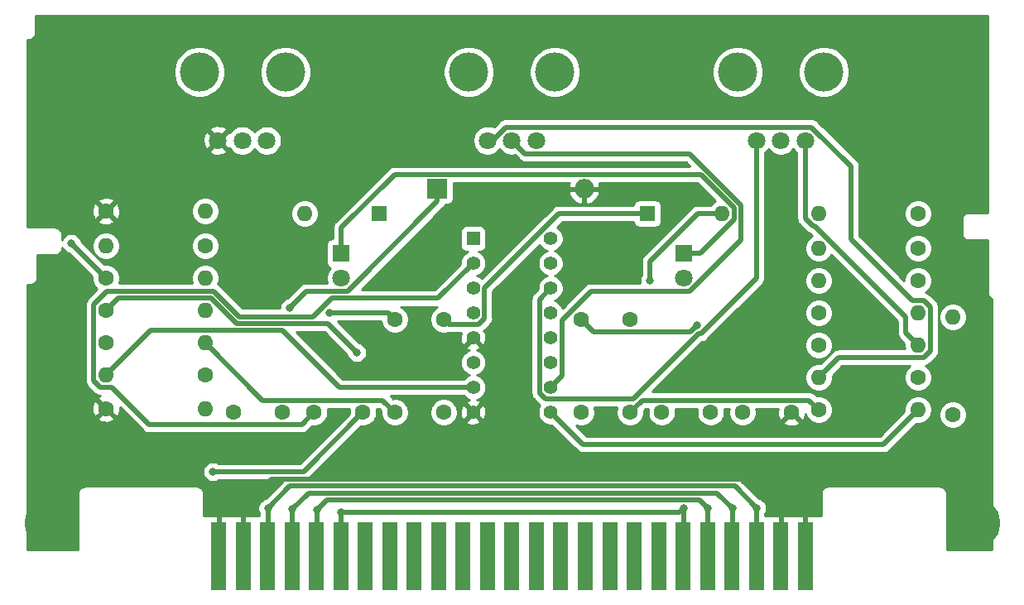
<source format=gbr>
G04 #@! TF.GenerationSoftware,KiCad,Pcbnew,(5.1.7)-1*
G04 #@! TF.CreationDate,2021-05-14T14:52:42-05:00*
G04 #@! TF.ProjectId,ConsolePedalScreamer,436f6e73-6f6c-4655-9065-64616c536372,rev?*
G04 #@! TF.SameCoordinates,Original*
G04 #@! TF.FileFunction,Copper,L2,Bot*
G04 #@! TF.FilePolarity,Positive*
%FSLAX46Y46*%
G04 Gerber Fmt 4.6, Leading zero omitted, Abs format (unit mm)*
G04 Created by KiCad (PCBNEW (5.1.7)-1) date 2021-05-14 14:52:42*
%MOMM*%
%LPD*%
G01*
G04 APERTURE LIST*
G04 #@! TA.AperFunction,ComponentPad*
%ADD10R,1.400000X1.400000*%
G04 #@! TD*
G04 #@! TA.AperFunction,ComponentPad*
%ADD11C,1.400000*%
G04 #@! TD*
G04 #@! TA.AperFunction,ComponentPad*
%ADD12R,1.800000X1.800000*%
G04 #@! TD*
G04 #@! TA.AperFunction,ComponentPad*
%ADD13C,1.800000*%
G04 #@! TD*
G04 #@! TA.AperFunction,ConnectorPad*
%ADD14R,1.500000X7.000000*%
G04 #@! TD*
G04 #@! TA.AperFunction,ComponentPad*
%ADD15C,5.000000*%
G04 #@! TD*
G04 #@! TA.AperFunction,ComponentPad*
%ADD16C,1.600000*%
G04 #@! TD*
G04 #@! TA.AperFunction,ComponentPad*
%ADD17O,1.600000X1.600000*%
G04 #@! TD*
G04 #@! TA.AperFunction,ComponentPad*
%ADD18R,2.000000X2.000000*%
G04 #@! TD*
G04 #@! TA.AperFunction,ComponentPad*
%ADD19O,2.000000X2.000000*%
G04 #@! TD*
G04 #@! TA.AperFunction,ComponentPad*
%ADD20R,1.600000X1.600000*%
G04 #@! TD*
G04 #@! TA.AperFunction,WasherPad*
%ADD21C,4.000000*%
G04 #@! TD*
G04 #@! TA.AperFunction,ViaPad*
%ADD22C,0.800000*%
G04 #@! TD*
G04 #@! TA.AperFunction,Conductor*
%ADD23C,0.500000*%
G04 #@! TD*
G04 #@! TA.AperFunction,Conductor*
%ADD24C,0.254000*%
G04 #@! TD*
G04 #@! TA.AperFunction,Conductor*
%ADD25C,0.100000*%
G04 #@! TD*
G04 APERTURE END LIST*
D10*
G04 #@! TO.P,U1,1*
G04 #@! TO.N,+9V*
X128745000Y-93472000D03*
D11*
G04 #@! TO.P,U1,2*
G04 #@! TO.N,/pin2*
X128745000Y-96012000D03*
G04 #@! TO.P,U1,3*
G04 #@! TO.N,/pin3*
X128745000Y-98552000D03*
G04 #@! TO.P,U1,4*
G04 #@! TO.N,N/C*
X128745000Y-101092000D03*
G04 #@! TO.P,U1,5*
G04 #@! TO.N,GND*
X128745000Y-103632000D03*
G04 #@! TO.P,U1,6*
G04 #@! TO.N,/pin6*
X128745000Y-106172000D03*
G04 #@! TO.P,U1,7*
G04 #@! TO.N,/pin7*
X128745000Y-108712000D03*
G04 #@! TO.P,U1,8*
G04 #@! TO.N,GND*
X128745000Y-111252000D03*
G04 #@! TO.P,U1,9*
G04 #@! TO.N,/pin9*
X136685000Y-111252000D03*
G04 #@! TO.P,U1,10*
G04 #@! TO.N,/pin10*
X136685000Y-108712000D03*
G04 #@! TO.P,U1,11*
G04 #@! TO.N,/pin11*
X136685000Y-106172000D03*
G04 #@! TO.P,U1,12*
G04 #@! TO.N,/pin12*
X136685000Y-103632000D03*
G04 #@! TO.P,U1,13*
G04 #@! TO.N,N/C*
X136685000Y-101092000D03*
G04 #@! TO.P,U1,14*
G04 #@! TO.N,/pin14*
X136685000Y-98552000D03*
G04 #@! TO.P,U1,15*
G04 #@! TO.N,/pin15*
X136685000Y-96012000D03*
G04 #@! TO.P,U1,16*
G04 #@! TO.N,N/C*
X136685000Y-93472000D03*
G04 #@! TD*
D12*
G04 #@! TO.P,D1,1*
G04 #@! TO.N,Net-(D1-Pad1)*
X115250000Y-95000000D03*
D13*
G04 #@! TO.P,D1,2*
G04 #@! TO.N,/LEDPower*
X115250000Y-97540000D03*
G04 #@! TD*
G04 #@! TO.P,D2,2*
G04 #@! TO.N,/LEDPower*
X150250000Y-97540000D03*
D12*
G04 #@! TO.P,D2,1*
G04 #@! TO.N,Net-(D1-Pad1)*
X150250000Y-95000000D03*
G04 #@! TD*
D14*
G04 #@! TO.P,J1,26*
G04 #@! TO.N,GND*
X102715000Y-126000000D03*
G04 #@! TO.P,J1,27*
X105215000Y-126000000D03*
G04 #@! TO.P,J1,28*
G04 #@! TO.N,/Input*
X107715000Y-126000000D03*
G04 #@! TO.P,J1,29*
G04 #@! TO.N,/Output*
X110215000Y-126000000D03*
G04 #@! TO.P,J1,30*
G04 #@! TO.N,+9V*
X112715000Y-126000000D03*
G04 #@! TO.P,J1,31*
G04 #@! TO.N,/LEDPower*
X115215000Y-126000000D03*
G04 #@! TO.P,J1,32*
G04 #@! TO.N,N/C*
X117715000Y-126000000D03*
G04 #@! TO.P,J1,33*
X120215000Y-126000000D03*
G04 #@! TO.P,J1,34*
X122715000Y-126000000D03*
G04 #@! TO.P,J1,35*
X125215000Y-126000000D03*
G04 #@! TO.P,J1,36*
X127715000Y-126000000D03*
G04 #@! TO.P,J1,37*
X130215000Y-126000000D03*
G04 #@! TO.P,J1,38*
X132715000Y-126000000D03*
G04 #@! TO.P,J1,39*
X135215000Y-126000000D03*
G04 #@! TO.P,J1,40*
X137715000Y-126000000D03*
G04 #@! TO.P,J1,41*
X140215000Y-126000000D03*
G04 #@! TO.P,J1,42*
X142715000Y-126000000D03*
G04 #@! TO.P,J1,43*
X145215000Y-126000000D03*
G04 #@! TO.P,J1,44*
X147715000Y-126000000D03*
G04 #@! TO.P,J1,45*
G04 #@! TO.N,/LEDPower*
X150215000Y-126000000D03*
G04 #@! TO.P,J1,46*
G04 #@! TO.N,+9V*
X152715000Y-126000000D03*
G04 #@! TO.P,J1,47*
G04 #@! TO.N,/Output*
X155215000Y-126000000D03*
G04 #@! TO.P,J1,48*
G04 #@! TO.N,/Input*
X157715000Y-126000000D03*
G04 #@! TO.P,J1,49*
G04 #@! TO.N,GND*
X160215000Y-126000000D03*
G04 #@! TO.P,J1,50*
X162715000Y-126000000D03*
G04 #@! TD*
D15*
G04 #@! TO.P,H1,1*
G04 #@! TO.N,GND*
X85350000Y-122600000D03*
G04 #@! TD*
G04 #@! TO.P,H2,1*
G04 #@! TO.N,GND*
X180150000Y-122600000D03*
G04 #@! TD*
D16*
G04 #@! TO.P,R3,1*
G04 #@! TO.N,GND*
X91186000Y-90678000D03*
D17*
G04 #@! TO.P,R3,2*
G04 #@! TO.N,Net-(D1-Pad1)*
X101346000Y-90678000D03*
G04 #@! TD*
D16*
G04 #@! TO.P,C1,1*
G04 #@! TO.N,Net-(C1-Pad1)*
X109220000Y-111271000D03*
G04 #@! TO.P,C1,2*
G04 #@! TO.N,/Input*
X104220000Y-111271000D03*
G04 #@! TD*
G04 #@! TO.P,C2,1*
G04 #@! TO.N,Net-(C2-Pad1)*
X144780000Y-111271000D03*
G04 #@! TO.P,C2,2*
G04 #@! TO.N,/pin6*
X139780000Y-111271000D03*
G04 #@! TD*
D18*
G04 #@! TO.P,C3,1*
G04 #@! TO.N,+9V*
X125095000Y-88392000D03*
D19*
G04 #@! TO.P,C3,2*
G04 #@! TO.N,GND*
X140095000Y-88392000D03*
G04 #@! TD*
D16*
G04 #@! TO.P,C4,2*
G04 #@! TO.N,Net-(C4-Pad2)*
X120730000Y-101746000D03*
G04 #@! TO.P,C4,1*
G04 #@! TO.N,/pin11*
X125730000Y-101746000D03*
G04 #@! TD*
G04 #@! TO.P,C5,2*
G04 #@! TO.N,/pin12*
X148035000Y-111271000D03*
G04 #@! TO.P,C5,1*
G04 #@! TO.N,Net-(C5-Pad1)*
X153035000Y-111271000D03*
G04 #@! TD*
G04 #@! TO.P,C6,2*
G04 #@! TO.N,Net-(C6-Pad2)*
X156290000Y-111271000D03*
G04 #@! TO.P,C6,1*
G04 #@! TO.N,GND*
X161290000Y-111271000D03*
G04 #@! TD*
D17*
G04 #@! TO.P,C7,2*
G04 #@! TO.N,/pin14*
X177800000Y-101506000D03*
D16*
G04 #@! TO.P,C7,1*
G04 #@! TO.N,/pin15*
X177800000Y-111506000D03*
G04 #@! TD*
G04 #@! TO.P,C8,1*
G04 #@! TO.N,Net-(C8-Pad1)*
X125730000Y-111271000D03*
G04 #@! TO.P,C8,2*
G04 #@! TO.N,/pin6*
X120730000Y-111271000D03*
G04 #@! TD*
G04 #@! TO.P,C9,2*
G04 #@! TO.N,/pin15*
X139780000Y-101746000D03*
G04 #@! TO.P,C9,1*
G04 #@! TO.N,Net-(C9-Pad1)*
X144780000Y-101746000D03*
G04 #@! TD*
G04 #@! TO.P,C10,1*
G04 #@! TO.N,Net-(C10-Pad1)*
X117475000Y-111271000D03*
G04 #@! TO.P,C10,2*
G04 #@! TO.N,/pin2*
X112475000Y-111271000D03*
G04 #@! TD*
D20*
G04 #@! TO.P,D3,1*
G04 #@! TO.N,/pin11*
X146558000Y-90932000D03*
D17*
G04 #@! TO.P,D3,2*
G04 #@! TO.N,/pin12*
X154178000Y-90932000D03*
G04 #@! TD*
G04 #@! TO.P,D4,2*
G04 #@! TO.N,/pin11*
X111506000Y-90932000D03*
D20*
G04 #@! TO.P,D4,1*
G04 #@! TO.N,/pin12*
X119126000Y-90932000D03*
G04 #@! TD*
D17*
G04 #@! TO.P,R1,2*
G04 #@! TO.N,/Input*
X101346000Y-110871000D03*
D16*
G04 #@! TO.P,R1,1*
G04 #@! TO.N,GND*
X91186000Y-110871000D03*
G04 #@! TD*
G04 #@! TO.P,R2,1*
G04 #@! TO.N,Net-(C1-Pad1)*
X101346000Y-107442000D03*
D17*
G04 #@! TO.P,R2,2*
G04 #@! TO.N,/pin7*
X91186000Y-107442000D03*
G04 #@! TD*
G04 #@! TO.P,R4,2*
G04 #@! TO.N,/pin6*
X101346000Y-104140000D03*
D16*
G04 #@! TO.P,R4,1*
G04 #@! TO.N,/pin7*
X91186000Y-104140000D03*
G04 #@! TD*
G04 #@! TO.P,R5,1*
G04 #@! TO.N,Net-(C2-Pad1)*
X164084000Y-110998000D03*
D17*
G04 #@! TO.P,R5,2*
G04 #@! TO.N,/pin9*
X174244000Y-110998000D03*
G04 #@! TD*
G04 #@! TO.P,R6,2*
G04 #@! TO.N,Net-(R6-Pad2)*
X164084000Y-107696000D03*
D16*
G04 #@! TO.P,R6,1*
G04 #@! TO.N,/pin9*
X174244000Y-107696000D03*
G04 #@! TD*
G04 #@! TO.P,R7,1*
G04 #@! TO.N,Net-(R7-Pad1)*
X91186000Y-97536000D03*
D17*
G04 #@! TO.P,R7,2*
G04 #@! TO.N,Net-(C4-Pad2)*
X101346000Y-97536000D03*
G04 #@! TD*
G04 #@! TO.P,R8,2*
G04 #@! TO.N,/pin12*
X91186000Y-94234000D03*
D16*
G04 #@! TO.P,R8,1*
G04 #@! TO.N,/pin11*
X101346000Y-94234000D03*
G04 #@! TD*
D17*
G04 #@! TO.P,R9,2*
G04 #@! TO.N,Net-(C6-Pad2)*
X174244000Y-101092000D03*
D16*
G04 #@! TO.P,R9,1*
G04 #@! TO.N,Net-(C5-Pad1)*
X164084000Y-101092000D03*
G04 #@! TD*
G04 #@! TO.P,R10,1*
G04 #@! TO.N,Net-(C6-Pad2)*
X164084000Y-104394000D03*
D17*
G04 #@! TO.P,R10,2*
G04 #@! TO.N,Net-(R10-Pad2)*
X174244000Y-104394000D03*
G04 #@! TD*
G04 #@! TO.P,R11,2*
G04 #@! TO.N,/pin15*
X164084000Y-97790000D03*
D16*
G04 #@! TO.P,R11,1*
G04 #@! TO.N,Net-(C6-Pad2)*
X174244000Y-97790000D03*
G04 #@! TD*
G04 #@! TO.P,R12,1*
G04 #@! TO.N,Net-(C8-Pad1)*
X91186000Y-100838000D03*
D17*
G04 #@! TO.P,R12,2*
G04 #@! TO.N,/pin3*
X101346000Y-100838000D03*
G04 #@! TD*
D16*
G04 #@! TO.P,R13,1*
G04 #@! TO.N,Net-(C9-Pad1)*
X174244000Y-94488000D03*
D17*
G04 #@! TO.P,R13,2*
G04 #@! TO.N,/pin3*
X164084000Y-94488000D03*
G04 #@! TD*
D16*
G04 #@! TO.P,R14,1*
G04 #@! TO.N,/pin3*
X174244000Y-90932000D03*
D17*
G04 #@! TO.P,R14,2*
G04 #@! TO.N,/pin2*
X164084000Y-90932000D03*
G04 #@! TD*
D13*
G04 #@! TO.P,RV1,3*
G04 #@! TO.N,Net-(R6-Pad2)*
X130215000Y-83439000D03*
G04 #@! TO.P,RV1,2*
G04 #@! TO.N,/pin10*
X132715000Y-83439000D03*
G04 #@! TO.P,RV1,1*
G04 #@! TO.N,Net-(R7-Pad1)*
X135215000Y-83439000D03*
D21*
G04 #@! TO.P,RV1,*
G04 #@! TO.N,*
X128315000Y-76439000D03*
X137115000Y-76439000D03*
G04 #@! TD*
D13*
G04 #@! TO.P,RV2,3*
G04 #@! TO.N,/pin14*
X157715000Y-83439000D03*
G04 #@! TO.P,RV2,2*
X160215000Y-83439000D03*
G04 #@! TO.P,RV2,1*
G04 #@! TO.N,Net-(R10-Pad2)*
X162715000Y-83439000D03*
D21*
G04 #@! TO.P,RV2,*
G04 #@! TO.N,*
X155815000Y-76439000D03*
X164615000Y-76439000D03*
G04 #@! TD*
G04 #@! TO.P,RV3,*
G04 #@! TO.N,*
X109539000Y-76439000D03*
X100739000Y-76439000D03*
D13*
G04 #@! TO.P,RV3,1*
G04 #@! TO.N,Net-(C10-Pad1)*
X107639000Y-83439000D03*
G04 #@! TO.P,RV3,2*
G04 #@! TO.N,/Output*
X105139000Y-83439000D03*
G04 #@! TO.P,RV3,3*
G04 #@! TO.N,GND*
X102639000Y-83439000D03*
G04 #@! TD*
D22*
G04 #@! TO.N,GND*
X105250000Y-120979000D03*
X160250000Y-120988000D03*
X102750000Y-121038000D03*
X162750000Y-120967000D03*
G04 #@! TO.N,/LEDPower*
X115250000Y-121454000D03*
X150250000Y-121073000D03*
G04 #@! TO.N,/Input*
X107750000Y-121066000D03*
X157750000Y-121066000D03*
G04 #@! TO.N,/Output*
X110250000Y-121195000D03*
X155250000Y-121068000D03*
G04 #@! TO.N,+9V*
X112750000Y-121235000D03*
X152750000Y-121108000D03*
X109982000Y-100584000D03*
G04 #@! TO.N,Net-(C4-Pad2)*
X114046000Y-101092000D03*
G04 #@! TO.N,/pin12*
X146812000Y-97790000D03*
G04 #@! TO.N,/pin15*
X151638000Y-102362000D03*
G04 #@! TO.N,Net-(C8-Pad1)*
X116840000Y-105156000D03*
G04 #@! TO.N,Net-(C10-Pad1)*
X102108000Y-117348000D03*
G04 #@! TO.N,Net-(R7-Pad1)*
X87630000Y-93980000D03*
G04 #@! TD*
D23*
G04 #@! TO.N,Net-(C2-Pad1)*
X146030001Y-110020999D02*
X144780000Y-111271000D01*
X163106999Y-110020999D02*
X146030001Y-110020999D01*
X164084000Y-110998000D02*
X163106999Y-110020999D01*
G04 #@! TO.N,GND*
X105250000Y-126000000D02*
X105250000Y-120979000D01*
X160250000Y-126000000D02*
X160250000Y-120988000D01*
X157384969Y-118122969D02*
X160250000Y-120988000D01*
X108106031Y-118122969D02*
X157384969Y-118122969D01*
X105250000Y-120979000D02*
X108106031Y-118122969D01*
X102750000Y-126000000D02*
X102750000Y-121038000D01*
X162750000Y-120967000D02*
X162750000Y-126000000D01*
X162729000Y-120988000D02*
X162750000Y-120967000D01*
X160250000Y-120988000D02*
X162729000Y-120988000D01*
X105191000Y-121038000D02*
X105250000Y-120979000D01*
X102750000Y-121038000D02*
X105191000Y-121038000D01*
G04 #@! TO.N,/LEDPower*
X115250000Y-126000000D02*
X115250000Y-121454000D01*
X150250000Y-121073000D02*
X150250000Y-126000000D01*
X149869000Y-121454000D02*
X150250000Y-121073000D01*
X115250000Y-121454000D02*
X149869000Y-121454000D01*
G04 #@! TO.N,/Input*
X107750000Y-121066000D02*
X107750000Y-126000000D01*
X157750000Y-121066000D02*
X157750000Y-126000000D01*
X155506979Y-118822979D02*
X157750000Y-121066000D01*
X109993021Y-118822979D02*
X155506979Y-118822979D01*
X107750000Y-121066000D02*
X109993021Y-118822979D01*
G04 #@! TO.N,/Output*
X110250000Y-121195000D02*
X110250000Y-126000000D01*
X155250000Y-121068000D02*
X155250000Y-126000000D01*
X153704989Y-119522989D02*
X155250000Y-121068000D01*
X111922011Y-119522989D02*
X153704989Y-119522989D01*
X110250000Y-121195000D02*
X111922011Y-119522989D01*
G04 #@! TO.N,Net-(D1-Pad1)*
X151960002Y-95000000D02*
X150250000Y-95000000D01*
X155428001Y-91532001D02*
X151960002Y-95000000D01*
X155428001Y-90331999D02*
X155428001Y-91532001D01*
X152038001Y-86941999D02*
X155428001Y-90331999D01*
X120705999Y-86941999D02*
X152038001Y-86941999D01*
X115250000Y-92397998D02*
X120705999Y-86941999D01*
X115250000Y-95000000D02*
X115250000Y-92397998D01*
G04 #@! TO.N,/pin6*
X107226999Y-110020999D02*
X101346000Y-104140000D01*
X119479999Y-110020999D02*
X107226999Y-110020999D01*
X120730000Y-111271000D02*
X119479999Y-110020999D01*
G04 #@! TO.N,+9V*
X112750000Y-121235000D02*
X112750000Y-126000000D01*
X152750000Y-121108000D02*
X152750000Y-126000000D01*
X151864999Y-120222999D02*
X152750000Y-121108000D01*
X113762001Y-120222999D02*
X151864999Y-120222999D01*
X112750000Y-121235000D02*
X113762001Y-120222999D01*
X125095000Y-89693002D02*
X125095000Y-88392000D01*
X115898001Y-98890001D02*
X125095000Y-89693002D01*
X111675999Y-98890001D02*
X115898001Y-98890001D01*
X109982000Y-100584000D02*
X111675999Y-98890001D01*
G04 #@! TO.N,Net-(C4-Pad2)*
X120076000Y-101092000D02*
X120730000Y-101746000D01*
X114046000Y-101092000D02*
X120076000Y-101092000D01*
G04 #@! TO.N,/pin11*
X126226001Y-102242001D02*
X125730000Y-101746000D01*
X129297001Y-102242001D02*
X126226001Y-102242001D01*
X129895001Y-101644001D02*
X129297001Y-102242001D01*
X129895001Y-98559997D02*
X129895001Y-101644001D01*
X137522998Y-90932000D02*
X129895001Y-98559997D01*
X146558000Y-90932000D02*
X137522998Y-90932000D01*
G04 #@! TO.N,/pin12*
X151707998Y-90932000D02*
X154178000Y-90932000D01*
X146812000Y-95827998D02*
X151707998Y-90932000D01*
X146812000Y-97790000D02*
X146812000Y-95827998D01*
G04 #@! TO.N,/pin15*
X141030001Y-102996001D02*
X139780000Y-101746000D01*
X151003999Y-102996001D02*
X141030001Y-102996001D01*
X151638000Y-102362000D02*
X151003999Y-102996001D01*
G04 #@! TO.N,/pin14*
X157715000Y-97543002D02*
X157715000Y-83439000D01*
X151777962Y-103212001D02*
X152046001Y-103212001D01*
X145127962Y-109862001D02*
X151777962Y-103212001D01*
X136132999Y-109862001D02*
X145127962Y-109862001D01*
X135534999Y-109264001D02*
X136132999Y-109862001D01*
X135534999Y-99702001D02*
X135534999Y-109264001D01*
X152046001Y-103212001D02*
X157715000Y-97543002D01*
X136685000Y-98552000D02*
X135534999Y-99702001D01*
G04 #@! TO.N,Net-(C8-Pad1)*
X92436001Y-99587999D02*
X91186000Y-100838000D01*
X101946001Y-99587999D02*
X92436001Y-99587999D01*
X104547991Y-102189989D02*
X101946001Y-99587999D01*
X113873989Y-102189989D02*
X104547991Y-102189989D01*
X116840000Y-105156000D02*
X113873989Y-102189989D01*
G04 #@! TO.N,Net-(C10-Pad1)*
X111398000Y-117348000D02*
X117475000Y-111271000D01*
X102108000Y-117348000D02*
X111398000Y-117348000D01*
G04 #@! TO.N,/pin2*
X125166989Y-99590011D02*
X128745000Y-96012000D01*
X114289987Y-99590011D02*
X125166989Y-99590011D01*
X102235954Y-98887989D02*
X104837943Y-101489979D01*
X112390019Y-101489979D02*
X114289987Y-99590011D01*
X91286009Y-98887989D02*
X102235954Y-98887989D01*
X89935999Y-100237999D02*
X91286009Y-98887989D01*
X104837943Y-101489979D02*
X112390019Y-101489979D01*
X90585999Y-108692001D02*
X89935999Y-108042001D01*
X89935999Y-108042001D02*
X89935999Y-100237999D01*
X91786001Y-108692001D02*
X90585999Y-108692001D01*
X95615001Y-112521001D02*
X91786001Y-108692001D01*
X111224999Y-112521001D02*
X95615001Y-112521001D01*
X112475000Y-111271000D02*
X111224999Y-112521001D01*
G04 #@! TO.N,/pin7*
X95738001Y-102889999D02*
X109239999Y-102889999D01*
X91186000Y-107442000D02*
X95738001Y-102889999D01*
X115062000Y-108712000D02*
X128745000Y-108712000D01*
X109239999Y-102889999D02*
X115062000Y-108712000D01*
G04 #@! TO.N,/pin9*
X174244000Y-110998000D02*
X170688000Y-114554000D01*
X139987000Y-114554000D02*
X136685000Y-111252000D01*
X170688000Y-114554000D02*
X139987000Y-114554000D01*
G04 #@! TO.N,Net-(R6-Pad2)*
X174844001Y-105644001D02*
X166135999Y-105644001D01*
X175494001Y-104994001D02*
X174844001Y-105644001D01*
X175494001Y-100491999D02*
X175494001Y-104994001D01*
X174844001Y-99841999D02*
X175494001Y-100491999D01*
X173643999Y-99841999D02*
X174844001Y-99841999D01*
X167386000Y-86111998D02*
X167386000Y-93584000D01*
X163363001Y-82088999D02*
X167386000Y-86111998D01*
X166135999Y-105644001D02*
X164084000Y-107696000D01*
X130716998Y-83439000D02*
X132066999Y-82088999D01*
X167386000Y-93584000D02*
X173643999Y-99841999D01*
X132066999Y-82088999D02*
X163363001Y-82088999D01*
X130215000Y-83439000D02*
X130716998Y-83439000D01*
G04 #@! TO.N,Net-(R7-Pad1)*
X87630000Y-93980000D02*
X91186000Y-97536000D01*
G04 #@! TO.N,Net-(R10-Pad2)*
X172993999Y-103143999D02*
X174244000Y-104394000D01*
X172993999Y-101547997D02*
X172993999Y-103143999D01*
X163628003Y-92182001D02*
X172993999Y-101547997D01*
X163483999Y-92182001D02*
X163628003Y-92182001D01*
X162715000Y-91413002D02*
X163483999Y-92182001D01*
X162715000Y-83439000D02*
X162715000Y-91413002D01*
G04 #@! TO.N,/pin10*
X134065001Y-84789001D02*
X132715000Y-83439000D01*
X156128011Y-93659991D02*
X156128011Y-90042046D01*
X150898001Y-98890001D02*
X156128011Y-93659991D01*
X156128011Y-90042046D02*
X150874966Y-84789001D01*
X140785997Y-98890001D02*
X150898001Y-98890001D01*
X137835001Y-101840997D02*
X140785997Y-98890001D01*
X137835001Y-107561999D02*
X137835001Y-101840997D01*
X150874966Y-84789001D02*
X134065001Y-84789001D01*
X136685000Y-108712000D02*
X137835001Y-107561999D01*
G04 #@! TD*
D24*
G04 #@! TO.N,GND*
X181323001Y-90823000D02*
X179433252Y-90823000D01*
X179400000Y-90819725D01*
X179366748Y-90823000D01*
X179267285Y-90832796D01*
X179139670Y-90871508D01*
X179022059Y-90934372D01*
X178918973Y-91018973D01*
X178834372Y-91122059D01*
X178771508Y-91239670D01*
X178732796Y-91367285D01*
X178719725Y-91500000D01*
X178723001Y-91533262D01*
X178723000Y-92966747D01*
X178719725Y-93000000D01*
X178732796Y-93132715D01*
X178771508Y-93260330D01*
X178834372Y-93377941D01*
X178918973Y-93481027D01*
X179012840Y-93558062D01*
X179022059Y-93565628D01*
X179139670Y-93628492D01*
X179267285Y-93667204D01*
X179400000Y-93680275D01*
X179433252Y-93677000D01*
X181323000Y-93677000D01*
X181323001Y-98966738D01*
X181319725Y-99000000D01*
X181332796Y-99132715D01*
X181371508Y-99260330D01*
X181434372Y-99377941D01*
X181518973Y-99481027D01*
X181622059Y-99565628D01*
X181739670Y-99628492D01*
X181823001Y-99653770D01*
X181823000Y-125323000D01*
X177177000Y-125323000D01*
X177177000Y-119533252D01*
X177180275Y-119500000D01*
X177167204Y-119367285D01*
X177128492Y-119239670D01*
X177065628Y-119122059D01*
X176981027Y-119018973D01*
X176877941Y-118934372D01*
X176760330Y-118871508D01*
X176632715Y-118832796D01*
X176533252Y-118823000D01*
X176500000Y-118819725D01*
X176466748Y-118823000D01*
X165033252Y-118823000D01*
X165000000Y-118819725D01*
X164966748Y-118823000D01*
X164867285Y-118832796D01*
X164739670Y-118871508D01*
X164622059Y-118934372D01*
X164518973Y-119018973D01*
X164434372Y-119122059D01*
X164371508Y-119239670D01*
X164332796Y-119367285D01*
X164319725Y-119500000D01*
X164323001Y-119533262D01*
X164323001Y-121793000D01*
X158627000Y-121793000D01*
X158627000Y-121602027D01*
X158660115Y-121552467D01*
X158737533Y-121365565D01*
X158777000Y-121167151D01*
X158777000Y-120964849D01*
X158737533Y-120766435D01*
X158660115Y-120579533D01*
X158547723Y-120411326D01*
X158404674Y-120268277D01*
X158236467Y-120155885D01*
X158049565Y-120078467D01*
X157991103Y-120066838D01*
X156157576Y-118233311D01*
X156130112Y-118199846D01*
X155996571Y-118090252D01*
X155844216Y-118008817D01*
X155678901Y-117958669D01*
X155550058Y-117945979D01*
X155506979Y-117941736D01*
X155463900Y-117945979D01*
X112041776Y-117945979D01*
X112048597Y-117937668D01*
X117295929Y-112690337D01*
X117334453Y-112698000D01*
X117615547Y-112698000D01*
X117891241Y-112643162D01*
X118150938Y-112535591D01*
X118384660Y-112379424D01*
X118583424Y-112180660D01*
X118739591Y-111946938D01*
X118847162Y-111687241D01*
X118902000Y-111411547D01*
X118902000Y-111130453D01*
X118855763Y-110897999D01*
X119116734Y-110897999D01*
X119310663Y-111091928D01*
X119303000Y-111130453D01*
X119303000Y-111411547D01*
X119357838Y-111687241D01*
X119465409Y-111946938D01*
X119621576Y-112180660D01*
X119820340Y-112379424D01*
X120054062Y-112535591D01*
X120313759Y-112643162D01*
X120589453Y-112698000D01*
X120870547Y-112698000D01*
X121146241Y-112643162D01*
X121405938Y-112535591D01*
X121639660Y-112379424D01*
X121838424Y-112180660D01*
X121994591Y-111946938D01*
X122102162Y-111687241D01*
X122157000Y-111411547D01*
X122157000Y-111130453D01*
X124303000Y-111130453D01*
X124303000Y-111411547D01*
X124357838Y-111687241D01*
X124465409Y-111946938D01*
X124621576Y-112180660D01*
X124820340Y-112379424D01*
X125054062Y-112535591D01*
X125313759Y-112643162D01*
X125589453Y-112698000D01*
X125870547Y-112698000D01*
X126146241Y-112643162D01*
X126405938Y-112535591D01*
X126639660Y-112379424D01*
X126838424Y-112180660D01*
X126843362Y-112173269D01*
X128003336Y-112173269D01*
X128062797Y-112407037D01*
X128301242Y-112517934D01*
X128556740Y-112580183D01*
X128819473Y-112591390D01*
X129079344Y-112551125D01*
X129326366Y-112460935D01*
X129427203Y-112407037D01*
X129486664Y-112173269D01*
X128745000Y-111431605D01*
X128003336Y-112173269D01*
X126843362Y-112173269D01*
X126994591Y-111946938D01*
X127102162Y-111687241D01*
X127157000Y-111411547D01*
X127157000Y-111326473D01*
X127405610Y-111326473D01*
X127445875Y-111586344D01*
X127536065Y-111833366D01*
X127589963Y-111934203D01*
X127823731Y-111993664D01*
X128565395Y-111252000D01*
X128924605Y-111252000D01*
X129666269Y-111993664D01*
X129900037Y-111934203D01*
X130010934Y-111695758D01*
X130073183Y-111440260D01*
X130084390Y-111177527D01*
X130044125Y-110917656D01*
X129953935Y-110670634D01*
X129900037Y-110569797D01*
X129666269Y-110510336D01*
X128924605Y-111252000D01*
X128565395Y-111252000D01*
X127823731Y-110510336D01*
X127589963Y-110569797D01*
X127479066Y-110808242D01*
X127416817Y-111063740D01*
X127405610Y-111326473D01*
X127157000Y-111326473D01*
X127157000Y-111130453D01*
X127102162Y-110854759D01*
X126994591Y-110595062D01*
X126838424Y-110361340D01*
X126639660Y-110162576D01*
X126405938Y-110006409D01*
X126146241Y-109898838D01*
X125870547Y-109844000D01*
X125589453Y-109844000D01*
X125313759Y-109898838D01*
X125054062Y-110006409D01*
X124820340Y-110162576D01*
X124621576Y-110361340D01*
X124465409Y-110595062D01*
X124357838Y-110854759D01*
X124303000Y-111130453D01*
X122157000Y-111130453D01*
X122102162Y-110854759D01*
X121994591Y-110595062D01*
X121838424Y-110361340D01*
X121639660Y-110162576D01*
X121405938Y-110006409D01*
X121146241Y-109898838D01*
X120870547Y-109844000D01*
X120589453Y-109844000D01*
X120550928Y-109851663D01*
X120288265Y-109589000D01*
X127745339Y-109589000D01*
X127899087Y-109742748D01*
X128116430Y-109887972D01*
X128337555Y-109979565D01*
X128163634Y-110043065D01*
X128062797Y-110096963D01*
X128003336Y-110330731D01*
X128745000Y-111072395D01*
X129486664Y-110330731D01*
X129427203Y-110096963D01*
X129188758Y-109986066D01*
X129156012Y-109978088D01*
X129373570Y-109887972D01*
X129590913Y-109742748D01*
X129775748Y-109557913D01*
X129920972Y-109340570D01*
X130021004Y-109099072D01*
X130072000Y-108842698D01*
X130072000Y-108581302D01*
X130021004Y-108324928D01*
X129920972Y-108083430D01*
X129775748Y-107866087D01*
X129590913Y-107681252D01*
X129373570Y-107536028D01*
X129146567Y-107442000D01*
X129373570Y-107347972D01*
X129590913Y-107202748D01*
X129775748Y-107017913D01*
X129920972Y-106800570D01*
X130021004Y-106559072D01*
X130072000Y-106302698D01*
X130072000Y-106041302D01*
X130021004Y-105784928D01*
X129920972Y-105543430D01*
X129775748Y-105326087D01*
X129590913Y-105141252D01*
X129373570Y-104996028D01*
X129152445Y-104904435D01*
X129326366Y-104840935D01*
X129427203Y-104787037D01*
X129486664Y-104553269D01*
X128745000Y-103811605D01*
X128003336Y-104553269D01*
X128062797Y-104787037D01*
X128301242Y-104897934D01*
X128333988Y-104905912D01*
X128116430Y-104996028D01*
X127899087Y-105141252D01*
X127714252Y-105326087D01*
X127569028Y-105543430D01*
X127468996Y-105784928D01*
X127418000Y-106041302D01*
X127418000Y-106302698D01*
X127468996Y-106559072D01*
X127569028Y-106800570D01*
X127714252Y-107017913D01*
X127899087Y-107202748D01*
X128116430Y-107347972D01*
X128343433Y-107442000D01*
X128116430Y-107536028D01*
X127899087Y-107681252D01*
X127745339Y-107835000D01*
X115425266Y-107835000D01*
X110657254Y-103066989D01*
X113510724Y-103066989D01*
X115840838Y-105397104D01*
X115852467Y-105455565D01*
X115929885Y-105642467D01*
X116042277Y-105810674D01*
X116185326Y-105953723D01*
X116353533Y-106066115D01*
X116540435Y-106143533D01*
X116738849Y-106183000D01*
X116941151Y-106183000D01*
X117139565Y-106143533D01*
X117326467Y-106066115D01*
X117494674Y-105953723D01*
X117637723Y-105810674D01*
X117750115Y-105642467D01*
X117827533Y-105455565D01*
X117867000Y-105257151D01*
X117867000Y-105054849D01*
X117827533Y-104856435D01*
X117750115Y-104669533D01*
X117637723Y-104501326D01*
X117494674Y-104358277D01*
X117326467Y-104245885D01*
X117139565Y-104168467D01*
X117081104Y-104156838D01*
X114893265Y-101969000D01*
X119319401Y-101969000D01*
X119357838Y-102162241D01*
X119465409Y-102421938D01*
X119621576Y-102655660D01*
X119820340Y-102854424D01*
X120054062Y-103010591D01*
X120313759Y-103118162D01*
X120589453Y-103173000D01*
X120870547Y-103173000D01*
X121146241Y-103118162D01*
X121405938Y-103010591D01*
X121639660Y-102854424D01*
X121838424Y-102655660D01*
X121994591Y-102421938D01*
X122102162Y-102162241D01*
X122157000Y-101886547D01*
X122157000Y-101605453D01*
X122102162Y-101329759D01*
X121994591Y-101070062D01*
X121838424Y-100836340D01*
X121639660Y-100637576D01*
X121405938Y-100481409D01*
X121371178Y-100467011D01*
X125088822Y-100467011D01*
X125054062Y-100481409D01*
X124820340Y-100637576D01*
X124621576Y-100836340D01*
X124465409Y-101070062D01*
X124357838Y-101329759D01*
X124303000Y-101605453D01*
X124303000Y-101886547D01*
X124357838Y-102162241D01*
X124465409Y-102421938D01*
X124621576Y-102655660D01*
X124820340Y-102854424D01*
X125054062Y-103010591D01*
X125313759Y-103118162D01*
X125589453Y-103173000D01*
X125870547Y-103173000D01*
X126146241Y-103118162D01*
X126151651Y-103115921D01*
X126182922Y-103119001D01*
X126182931Y-103119001D01*
X126226000Y-103123243D01*
X126269070Y-103119001D01*
X127511269Y-103119001D01*
X127479066Y-103188242D01*
X127416817Y-103443740D01*
X127405610Y-103706473D01*
X127445875Y-103966344D01*
X127536065Y-104213366D01*
X127589963Y-104314203D01*
X127823731Y-104373664D01*
X128565395Y-103632000D01*
X128551253Y-103617858D01*
X128730858Y-103438253D01*
X128745000Y-103452395D01*
X128759143Y-103438253D01*
X128938748Y-103617858D01*
X128924605Y-103632000D01*
X129666269Y-104373664D01*
X129900037Y-104314203D01*
X130010934Y-104075758D01*
X130073183Y-103820260D01*
X130084390Y-103557527D01*
X130044125Y-103297656D01*
X129953935Y-103050634D01*
X129900037Y-102949797D01*
X129836625Y-102933668D01*
X129920134Y-102865134D01*
X129947598Y-102831669D01*
X130484669Y-102294598D01*
X130518134Y-102267134D01*
X130627728Y-102133593D01*
X130709163Y-101981238D01*
X130736924Y-101889723D01*
X130759311Y-101815924D01*
X130776244Y-101644001D01*
X130772001Y-101600922D01*
X130772001Y-98923262D01*
X135543341Y-94151923D01*
X135654252Y-94317913D01*
X135839087Y-94502748D01*
X136056430Y-94647972D01*
X136283433Y-94742000D01*
X136056430Y-94836028D01*
X135839087Y-94981252D01*
X135654252Y-95166087D01*
X135509028Y-95383430D01*
X135408996Y-95624928D01*
X135358000Y-95881302D01*
X135358000Y-96142698D01*
X135408996Y-96399072D01*
X135509028Y-96640570D01*
X135654252Y-96857913D01*
X135839087Y-97042748D01*
X136056430Y-97187972D01*
X136283433Y-97282000D01*
X136056430Y-97376028D01*
X135839087Y-97521252D01*
X135654252Y-97706087D01*
X135509028Y-97923430D01*
X135408996Y-98164928D01*
X135358000Y-98421302D01*
X135358000Y-98638735D01*
X134945330Y-99051405D01*
X134911866Y-99078868D01*
X134802272Y-99212410D01*
X134759344Y-99292723D01*
X134720837Y-99364765D01*
X134670689Y-99530079D01*
X134653756Y-99702001D01*
X134657999Y-99745081D01*
X134658000Y-109220911D01*
X134653756Y-109264001D01*
X134670689Y-109435923D01*
X134720837Y-109601237D01*
X134802273Y-109753593D01*
X134884405Y-109853672D01*
X134884408Y-109853675D01*
X134911867Y-109887134D01*
X134945326Y-109914593D01*
X135482402Y-110451669D01*
X135509866Y-110485134D01*
X135569005Y-110533668D01*
X135509028Y-110623430D01*
X135408996Y-110864928D01*
X135358000Y-111121302D01*
X135358000Y-111382698D01*
X135408996Y-111639072D01*
X135509028Y-111880570D01*
X135654252Y-112097913D01*
X135839087Y-112282748D01*
X136056430Y-112427972D01*
X136297928Y-112528004D01*
X136554302Y-112579000D01*
X136771735Y-112579000D01*
X139336403Y-115143668D01*
X139363867Y-115177133D01*
X139497408Y-115286727D01*
X139649763Y-115368162D01*
X139815078Y-115418310D01*
X139943921Y-115431000D01*
X139943922Y-115431000D01*
X139986999Y-115435243D01*
X140030076Y-115431000D01*
X170644921Y-115431000D01*
X170688000Y-115435243D01*
X170731079Y-115431000D01*
X170859922Y-115418310D01*
X171025237Y-115368162D01*
X171177592Y-115286727D01*
X171311133Y-115177133D01*
X171338597Y-115143668D01*
X174064928Y-112417337D01*
X174103453Y-112425000D01*
X174384547Y-112425000D01*
X174660241Y-112370162D01*
X174919938Y-112262591D01*
X175153660Y-112106424D01*
X175352424Y-111907660D01*
X175508591Y-111673938D01*
X175616162Y-111414241D01*
X175625866Y-111365453D01*
X176373000Y-111365453D01*
X176373000Y-111646547D01*
X176427838Y-111922241D01*
X176535409Y-112181938D01*
X176691576Y-112415660D01*
X176890340Y-112614424D01*
X177124062Y-112770591D01*
X177383759Y-112878162D01*
X177659453Y-112933000D01*
X177940547Y-112933000D01*
X178216241Y-112878162D01*
X178475938Y-112770591D01*
X178709660Y-112614424D01*
X178908424Y-112415660D01*
X179064591Y-112181938D01*
X179172162Y-111922241D01*
X179227000Y-111646547D01*
X179227000Y-111365453D01*
X179172162Y-111089759D01*
X179064591Y-110830062D01*
X178908424Y-110596340D01*
X178709660Y-110397576D01*
X178475938Y-110241409D01*
X178216241Y-110133838D01*
X177940547Y-110079000D01*
X177659453Y-110079000D01*
X177383759Y-110133838D01*
X177124062Y-110241409D01*
X176890340Y-110397576D01*
X176691576Y-110596340D01*
X176535409Y-110830062D01*
X176427838Y-111089759D01*
X176373000Y-111365453D01*
X175625866Y-111365453D01*
X175671000Y-111138547D01*
X175671000Y-110857453D01*
X175616162Y-110581759D01*
X175508591Y-110322062D01*
X175352424Y-110088340D01*
X175153660Y-109889576D01*
X174919938Y-109733409D01*
X174660241Y-109625838D01*
X174384547Y-109571000D01*
X174103453Y-109571000D01*
X173827759Y-109625838D01*
X173568062Y-109733409D01*
X173334340Y-109889576D01*
X173135576Y-110088340D01*
X172979409Y-110322062D01*
X172871838Y-110581759D01*
X172817000Y-110857453D01*
X172817000Y-111138547D01*
X172824663Y-111177072D01*
X170324735Y-113677000D01*
X140350265Y-113677000D01*
X139282958Y-112609693D01*
X139363759Y-112643162D01*
X139639453Y-112698000D01*
X139920547Y-112698000D01*
X140196241Y-112643162D01*
X140455938Y-112535591D01*
X140689660Y-112379424D01*
X140888424Y-112180660D01*
X141044591Y-111946938D01*
X141152162Y-111687241D01*
X141207000Y-111411547D01*
X141207000Y-111130453D01*
X141152162Y-110854759D01*
X141104213Y-110739001D01*
X143455787Y-110739001D01*
X143407838Y-110854759D01*
X143353000Y-111130453D01*
X143353000Y-111411547D01*
X143407838Y-111687241D01*
X143515409Y-111946938D01*
X143671576Y-112180660D01*
X143870340Y-112379424D01*
X144104062Y-112535591D01*
X144363759Y-112643162D01*
X144639453Y-112698000D01*
X144920547Y-112698000D01*
X145196241Y-112643162D01*
X145455938Y-112535591D01*
X145689660Y-112379424D01*
X145888424Y-112180660D01*
X146044591Y-111946938D01*
X146152162Y-111687241D01*
X146207000Y-111411547D01*
X146207000Y-111130453D01*
X146199337Y-111091928D01*
X146393266Y-110897999D01*
X146654237Y-110897999D01*
X146608000Y-111130453D01*
X146608000Y-111411547D01*
X146662838Y-111687241D01*
X146770409Y-111946938D01*
X146926576Y-112180660D01*
X147125340Y-112379424D01*
X147359062Y-112535591D01*
X147618759Y-112643162D01*
X147894453Y-112698000D01*
X148175547Y-112698000D01*
X148451241Y-112643162D01*
X148710938Y-112535591D01*
X148944660Y-112379424D01*
X149143424Y-112180660D01*
X149299591Y-111946938D01*
X149407162Y-111687241D01*
X149462000Y-111411547D01*
X149462000Y-111130453D01*
X149415763Y-110897999D01*
X151654237Y-110897999D01*
X151608000Y-111130453D01*
X151608000Y-111411547D01*
X151662838Y-111687241D01*
X151770409Y-111946938D01*
X151926576Y-112180660D01*
X152125340Y-112379424D01*
X152359062Y-112535591D01*
X152618759Y-112643162D01*
X152894453Y-112698000D01*
X153175547Y-112698000D01*
X153451241Y-112643162D01*
X153710938Y-112535591D01*
X153944660Y-112379424D01*
X154143424Y-112180660D01*
X154299591Y-111946938D01*
X154407162Y-111687241D01*
X154462000Y-111411547D01*
X154462000Y-111130453D01*
X154415763Y-110897999D01*
X154909237Y-110897999D01*
X154863000Y-111130453D01*
X154863000Y-111411547D01*
X154917838Y-111687241D01*
X155025409Y-111946938D01*
X155181576Y-112180660D01*
X155380340Y-112379424D01*
X155614062Y-112535591D01*
X155873759Y-112643162D01*
X156149453Y-112698000D01*
X156430547Y-112698000D01*
X156706241Y-112643162D01*
X156965938Y-112535591D01*
X157199660Y-112379424D01*
X157315382Y-112263702D01*
X160476903Y-112263702D01*
X160548486Y-112507671D01*
X160803996Y-112628571D01*
X161078184Y-112697300D01*
X161360512Y-112711217D01*
X161640130Y-112669787D01*
X161906292Y-112574603D01*
X162031514Y-112507671D01*
X162103097Y-112263702D01*
X161290000Y-111450605D01*
X160476903Y-112263702D01*
X157315382Y-112263702D01*
X157398424Y-112180660D01*
X157554591Y-111946938D01*
X157662162Y-111687241D01*
X157717000Y-111411547D01*
X157717000Y-111130453D01*
X157670763Y-110897999D01*
X159904103Y-110897999D01*
X159863700Y-111059184D01*
X159849783Y-111341512D01*
X159891213Y-111621130D01*
X159986397Y-111887292D01*
X160053329Y-112012514D01*
X160297298Y-112084097D01*
X161110395Y-111271000D01*
X161096253Y-111256858D01*
X161275858Y-111077253D01*
X161290000Y-111091395D01*
X161304143Y-111077253D01*
X161483748Y-111256858D01*
X161469605Y-111271000D01*
X162282702Y-112084097D01*
X162526671Y-112012514D01*
X162647571Y-111757004D01*
X162716300Y-111482816D01*
X162718846Y-111431160D01*
X162819409Y-111673938D01*
X162975576Y-111907660D01*
X163174340Y-112106424D01*
X163408062Y-112262591D01*
X163667759Y-112370162D01*
X163943453Y-112425000D01*
X164224547Y-112425000D01*
X164500241Y-112370162D01*
X164759938Y-112262591D01*
X164993660Y-112106424D01*
X165192424Y-111907660D01*
X165348591Y-111673938D01*
X165456162Y-111414241D01*
X165511000Y-111138547D01*
X165511000Y-110857453D01*
X165456162Y-110581759D01*
X165348591Y-110322062D01*
X165192424Y-110088340D01*
X164993660Y-109889576D01*
X164759938Y-109733409D01*
X164500241Y-109625838D01*
X164224547Y-109571000D01*
X163943453Y-109571000D01*
X163904928Y-109578663D01*
X163757593Y-109431328D01*
X163730132Y-109397866D01*
X163596591Y-109288272D01*
X163444236Y-109206837D01*
X163278921Y-109156689D01*
X163150078Y-109143999D01*
X163106999Y-109139756D01*
X163063920Y-109143999D01*
X147086229Y-109143999D01*
X151976775Y-104253453D01*
X162657000Y-104253453D01*
X162657000Y-104534547D01*
X162711838Y-104810241D01*
X162819409Y-105069938D01*
X162975576Y-105303660D01*
X163174340Y-105502424D01*
X163408062Y-105658591D01*
X163667759Y-105766162D01*
X163943453Y-105821000D01*
X164224547Y-105821000D01*
X164500241Y-105766162D01*
X164759938Y-105658591D01*
X164993660Y-105502424D01*
X165192424Y-105303660D01*
X165348591Y-105069938D01*
X165456162Y-104810241D01*
X165511000Y-104534547D01*
X165511000Y-104253453D01*
X165456162Y-103977759D01*
X165348591Y-103718062D01*
X165192424Y-103484340D01*
X164993660Y-103285576D01*
X164759938Y-103129409D01*
X164500241Y-103021838D01*
X164224547Y-102967000D01*
X163943453Y-102967000D01*
X163667759Y-103021838D01*
X163408062Y-103129409D01*
X163174340Y-103285576D01*
X162975576Y-103484340D01*
X162819409Y-103718062D01*
X162711838Y-103977759D01*
X162657000Y-104253453D01*
X151976775Y-104253453D01*
X152146924Y-104083304D01*
X152217923Y-104076311D01*
X152383238Y-104026163D01*
X152535593Y-103944728D01*
X152669134Y-103835134D01*
X152696598Y-103801669D01*
X155546814Y-100951453D01*
X162657000Y-100951453D01*
X162657000Y-101232547D01*
X162711838Y-101508241D01*
X162819409Y-101767938D01*
X162975576Y-102001660D01*
X163174340Y-102200424D01*
X163408062Y-102356591D01*
X163667759Y-102464162D01*
X163943453Y-102519000D01*
X164224547Y-102519000D01*
X164500241Y-102464162D01*
X164759938Y-102356591D01*
X164993660Y-102200424D01*
X165192424Y-102001660D01*
X165348591Y-101767938D01*
X165456162Y-101508241D01*
X165511000Y-101232547D01*
X165511000Y-100951453D01*
X165456162Y-100675759D01*
X165348591Y-100416062D01*
X165192424Y-100182340D01*
X164993660Y-99983576D01*
X164759938Y-99827409D01*
X164500241Y-99719838D01*
X164224547Y-99665000D01*
X163943453Y-99665000D01*
X163667759Y-99719838D01*
X163408062Y-99827409D01*
X163174340Y-99983576D01*
X162975576Y-100182340D01*
X162819409Y-100416062D01*
X162711838Y-100675759D01*
X162657000Y-100951453D01*
X155546814Y-100951453D01*
X158304669Y-98193598D01*
X158338133Y-98166135D01*
X158447727Y-98032594D01*
X158529162Y-97880239D01*
X158579310Y-97714924D01*
X158585758Y-97649453D01*
X162657000Y-97649453D01*
X162657000Y-97930547D01*
X162711838Y-98206241D01*
X162819409Y-98465938D01*
X162975576Y-98699660D01*
X163174340Y-98898424D01*
X163408062Y-99054591D01*
X163667759Y-99162162D01*
X163943453Y-99217000D01*
X164224547Y-99217000D01*
X164500241Y-99162162D01*
X164759938Y-99054591D01*
X164993660Y-98898424D01*
X165192424Y-98699660D01*
X165348591Y-98465938D01*
X165456162Y-98206241D01*
X165511000Y-97930547D01*
X165511000Y-97649453D01*
X165456162Y-97373759D01*
X165348591Y-97114062D01*
X165192424Y-96880340D01*
X164993660Y-96681576D01*
X164759938Y-96525409D01*
X164500241Y-96417838D01*
X164224547Y-96363000D01*
X163943453Y-96363000D01*
X163667759Y-96417838D01*
X163408062Y-96525409D01*
X163174340Y-96681576D01*
X162975576Y-96880340D01*
X162819409Y-97114062D01*
X162711838Y-97373759D01*
X162657000Y-97649453D01*
X158585758Y-97649453D01*
X158592000Y-97586081D01*
X158592000Y-97586072D01*
X158596242Y-97543003D01*
X158592000Y-97499933D01*
X158592000Y-84689515D01*
X158688406Y-84625099D01*
X158901099Y-84412406D01*
X158965000Y-84316771D01*
X159028901Y-84412406D01*
X159241594Y-84625099D01*
X159491694Y-84792210D01*
X159769590Y-84907319D01*
X160064604Y-84966000D01*
X160365396Y-84966000D01*
X160660410Y-84907319D01*
X160938306Y-84792210D01*
X161188406Y-84625099D01*
X161401099Y-84412406D01*
X161465000Y-84316771D01*
X161528901Y-84412406D01*
X161741594Y-84625099D01*
X161838000Y-84689515D01*
X161838001Y-91369912D01*
X161833757Y-91413002D01*
X161850690Y-91584924D01*
X161900838Y-91750238D01*
X161982274Y-91902594D01*
X162064406Y-92002673D01*
X162064409Y-92002676D01*
X162091868Y-92036135D01*
X162125327Y-92063594D01*
X162833407Y-92771674D01*
X162860866Y-92805134D01*
X162894325Y-92832593D01*
X162894327Y-92832595D01*
X162959426Y-92886020D01*
X162994407Y-92914728D01*
X163091730Y-92966748D01*
X163146762Y-92996163D01*
X163225909Y-93020172D01*
X163422971Y-93217234D01*
X163408062Y-93223409D01*
X163174340Y-93379576D01*
X162975576Y-93578340D01*
X162819409Y-93812062D01*
X162711838Y-94071759D01*
X162657000Y-94347453D01*
X162657000Y-94628547D01*
X162711838Y-94904241D01*
X162819409Y-95163938D01*
X162975576Y-95397660D01*
X163174340Y-95596424D01*
X163408062Y-95752591D01*
X163667759Y-95860162D01*
X163943453Y-95915000D01*
X164224547Y-95915000D01*
X164500241Y-95860162D01*
X164759938Y-95752591D01*
X164993660Y-95596424D01*
X165192424Y-95397660D01*
X165348591Y-95163938D01*
X165354766Y-95149029D01*
X172116999Y-101911262D01*
X172117000Y-103100910D01*
X172112756Y-103143999D01*
X172129689Y-103315921D01*
X172179837Y-103481235D01*
X172261273Y-103633591D01*
X172343405Y-103733670D01*
X172343408Y-103733673D01*
X172370867Y-103767132D01*
X172404326Y-103794591D01*
X172824663Y-104214928D01*
X172817000Y-104253453D01*
X172817000Y-104534547D01*
X172863237Y-104767001D01*
X166179078Y-104767001D01*
X166135999Y-104762758D01*
X165964076Y-104779691D01*
X165824343Y-104822079D01*
X165798762Y-104829839D01*
X165646407Y-104911274D01*
X165646405Y-104911275D01*
X165646406Y-104911275D01*
X165588253Y-104959000D01*
X165512866Y-105020868D01*
X165485407Y-105054327D01*
X164263072Y-106276663D01*
X164224547Y-106269000D01*
X163943453Y-106269000D01*
X163667759Y-106323838D01*
X163408062Y-106431409D01*
X163174340Y-106587576D01*
X162975576Y-106786340D01*
X162819409Y-107020062D01*
X162711838Y-107279759D01*
X162657000Y-107555453D01*
X162657000Y-107836547D01*
X162711838Y-108112241D01*
X162819409Y-108371938D01*
X162975576Y-108605660D01*
X163174340Y-108804424D01*
X163408062Y-108960591D01*
X163667759Y-109068162D01*
X163943453Y-109123000D01*
X164224547Y-109123000D01*
X164500241Y-109068162D01*
X164759938Y-108960591D01*
X164993660Y-108804424D01*
X165192424Y-108605660D01*
X165348591Y-108371938D01*
X165456162Y-108112241D01*
X165511000Y-107836547D01*
X165511000Y-107555453D01*
X165503337Y-107516928D01*
X166499265Y-106521001D01*
X173433977Y-106521001D01*
X173334340Y-106587576D01*
X173135576Y-106786340D01*
X172979409Y-107020062D01*
X172871838Y-107279759D01*
X172817000Y-107555453D01*
X172817000Y-107836547D01*
X172871838Y-108112241D01*
X172979409Y-108371938D01*
X173135576Y-108605660D01*
X173334340Y-108804424D01*
X173568062Y-108960591D01*
X173827759Y-109068162D01*
X174103453Y-109123000D01*
X174384547Y-109123000D01*
X174660241Y-109068162D01*
X174919938Y-108960591D01*
X175153660Y-108804424D01*
X175352424Y-108605660D01*
X175508591Y-108371938D01*
X175616162Y-108112241D01*
X175671000Y-107836547D01*
X175671000Y-107555453D01*
X175616162Y-107279759D01*
X175508591Y-107020062D01*
X175352424Y-106786340D01*
X175153660Y-106587576D01*
X175029065Y-106504325D01*
X175181238Y-106458163D01*
X175333593Y-106376728D01*
X175467134Y-106267134D01*
X175494597Y-106233670D01*
X176083674Y-105644594D01*
X176117134Y-105617134D01*
X176226728Y-105483593D01*
X176308163Y-105331238D01*
X176330637Y-105257151D01*
X176358311Y-105165924D01*
X176375244Y-104994001D01*
X176371001Y-104950922D01*
X176371001Y-101365453D01*
X176373000Y-101365453D01*
X176373000Y-101646547D01*
X176427838Y-101922241D01*
X176535409Y-102181938D01*
X176691576Y-102415660D01*
X176890340Y-102614424D01*
X177124062Y-102770591D01*
X177383759Y-102878162D01*
X177659453Y-102933000D01*
X177940547Y-102933000D01*
X178216241Y-102878162D01*
X178475938Y-102770591D01*
X178709660Y-102614424D01*
X178908424Y-102415660D01*
X179064591Y-102181938D01*
X179172162Y-101922241D01*
X179227000Y-101646547D01*
X179227000Y-101365453D01*
X179172162Y-101089759D01*
X179064591Y-100830062D01*
X178908424Y-100596340D01*
X178709660Y-100397576D01*
X178475938Y-100241409D01*
X178216241Y-100133838D01*
X177940547Y-100079000D01*
X177659453Y-100079000D01*
X177383759Y-100133838D01*
X177124062Y-100241409D01*
X176890340Y-100397576D01*
X176691576Y-100596340D01*
X176535409Y-100830062D01*
X176427838Y-101089759D01*
X176373000Y-101365453D01*
X176371001Y-101365453D01*
X176371001Y-100535078D01*
X176375244Y-100491999D01*
X176358311Y-100320076D01*
X176308163Y-100154762D01*
X176281280Y-100104467D01*
X176226728Y-100002407D01*
X176165046Y-99927247D01*
X176144595Y-99902327D01*
X176144593Y-99902325D01*
X176117134Y-99868866D01*
X176083676Y-99841408D01*
X175494597Y-99252330D01*
X175467134Y-99218866D01*
X175333593Y-99109272D01*
X175181238Y-99027837D01*
X175029065Y-98981675D01*
X175153660Y-98898424D01*
X175352424Y-98699660D01*
X175508591Y-98465938D01*
X175616162Y-98206241D01*
X175671000Y-97930547D01*
X175671000Y-97649453D01*
X175616162Y-97373759D01*
X175508591Y-97114062D01*
X175352424Y-96880340D01*
X175153660Y-96681576D01*
X174919938Y-96525409D01*
X174660241Y-96417838D01*
X174384547Y-96363000D01*
X174103453Y-96363000D01*
X173827759Y-96417838D01*
X173568062Y-96525409D01*
X173334340Y-96681576D01*
X173135576Y-96880340D01*
X172979409Y-97114062D01*
X172871838Y-97373759D01*
X172817000Y-97649453D01*
X172817000Y-97774734D01*
X169389719Y-94347453D01*
X172817000Y-94347453D01*
X172817000Y-94628547D01*
X172871838Y-94904241D01*
X172979409Y-95163938D01*
X173135576Y-95397660D01*
X173334340Y-95596424D01*
X173568062Y-95752591D01*
X173827759Y-95860162D01*
X174103453Y-95915000D01*
X174384547Y-95915000D01*
X174660241Y-95860162D01*
X174919938Y-95752591D01*
X175153660Y-95596424D01*
X175352424Y-95397660D01*
X175508591Y-95163938D01*
X175616162Y-94904241D01*
X175671000Y-94628547D01*
X175671000Y-94347453D01*
X175616162Y-94071759D01*
X175508591Y-93812062D01*
X175352424Y-93578340D01*
X175153660Y-93379576D01*
X174919938Y-93223409D01*
X174660241Y-93115838D01*
X174384547Y-93061000D01*
X174103453Y-93061000D01*
X173827759Y-93115838D01*
X173568062Y-93223409D01*
X173334340Y-93379576D01*
X173135576Y-93578340D01*
X172979409Y-93812062D01*
X172871838Y-94071759D01*
X172817000Y-94347453D01*
X169389719Y-94347453D01*
X168263000Y-93220735D01*
X168263000Y-90791453D01*
X172817000Y-90791453D01*
X172817000Y-91072547D01*
X172871838Y-91348241D01*
X172979409Y-91607938D01*
X173135576Y-91841660D01*
X173334340Y-92040424D01*
X173568062Y-92196591D01*
X173827759Y-92304162D01*
X174103453Y-92359000D01*
X174384547Y-92359000D01*
X174660241Y-92304162D01*
X174919938Y-92196591D01*
X175153660Y-92040424D01*
X175352424Y-91841660D01*
X175508591Y-91607938D01*
X175616162Y-91348241D01*
X175671000Y-91072547D01*
X175671000Y-90791453D01*
X175616162Y-90515759D01*
X175508591Y-90256062D01*
X175352424Y-90022340D01*
X175153660Y-89823576D01*
X174919938Y-89667409D01*
X174660241Y-89559838D01*
X174384547Y-89505000D01*
X174103453Y-89505000D01*
X173827759Y-89559838D01*
X173568062Y-89667409D01*
X173334340Y-89823576D01*
X173135576Y-90022340D01*
X172979409Y-90256062D01*
X172871838Y-90515759D01*
X172817000Y-90791453D01*
X168263000Y-90791453D01*
X168263000Y-86155077D01*
X168267243Y-86111998D01*
X168250310Y-85940075D01*
X168200162Y-85774761D01*
X168118727Y-85622406D01*
X168009133Y-85488865D01*
X167975675Y-85461407D01*
X164013598Y-81499331D01*
X163986134Y-81465866D01*
X163852593Y-81356272D01*
X163700238Y-81274837D01*
X163534923Y-81224689D01*
X163406080Y-81211999D01*
X163363001Y-81207756D01*
X163319922Y-81211999D01*
X132110078Y-81211999D01*
X132066999Y-81207756D01*
X131895076Y-81224689D01*
X131729762Y-81274837D01*
X131577407Y-81356272D01*
X131443866Y-81465866D01*
X131416402Y-81499331D01*
X130861682Y-82054051D01*
X130660410Y-81970681D01*
X130365396Y-81912000D01*
X130064604Y-81912000D01*
X129769590Y-81970681D01*
X129491694Y-82085790D01*
X129241594Y-82252901D01*
X129028901Y-82465594D01*
X128861790Y-82715694D01*
X128746681Y-82993590D01*
X128688000Y-83288604D01*
X128688000Y-83589396D01*
X128746681Y-83884410D01*
X128861790Y-84162306D01*
X129028901Y-84412406D01*
X129241594Y-84625099D01*
X129491694Y-84792210D01*
X129769590Y-84907319D01*
X130064604Y-84966000D01*
X130365396Y-84966000D01*
X130660410Y-84907319D01*
X130938306Y-84792210D01*
X131188406Y-84625099D01*
X131401099Y-84412406D01*
X131465000Y-84316771D01*
X131528901Y-84412406D01*
X131741594Y-84625099D01*
X131991694Y-84792210D01*
X132269590Y-84907319D01*
X132564604Y-84966000D01*
X132865396Y-84966000D01*
X132979115Y-84943380D01*
X133414404Y-85378669D01*
X133441868Y-85412134D01*
X133575409Y-85521728D01*
X133727764Y-85603163D01*
X133893078Y-85653311D01*
X134065001Y-85670244D01*
X134108080Y-85666001D01*
X150511701Y-85666001D01*
X150910699Y-86064999D01*
X120749078Y-86064999D01*
X120705999Y-86060756D01*
X120534076Y-86077689D01*
X120420976Y-86111998D01*
X120368762Y-86127837D01*
X120216407Y-86209272D01*
X120082866Y-86318866D01*
X120055407Y-86352325D01*
X114660327Y-91747406D01*
X114626868Y-91774865D01*
X114599409Y-91808324D01*
X114599406Y-91808327D01*
X114517274Y-91908406D01*
X114435838Y-92060762D01*
X114385690Y-92226076D01*
X114368757Y-92397998D01*
X114373001Y-92441087D01*
X114373001Y-93469967D01*
X114350000Y-93469967D01*
X114227087Y-93482073D01*
X114108897Y-93517925D01*
X113999972Y-93576147D01*
X113904499Y-93654499D01*
X113826147Y-93749972D01*
X113767925Y-93858897D01*
X113732073Y-93977087D01*
X113719967Y-94100000D01*
X113719967Y-95900000D01*
X113732073Y-96022913D01*
X113767925Y-96141103D01*
X113826147Y-96250028D01*
X113904499Y-96345501D01*
X113999972Y-96423853D01*
X114108897Y-96482075D01*
X114139221Y-96491274D01*
X114063901Y-96566594D01*
X113896790Y-96816694D01*
X113781681Y-97094590D01*
X113723000Y-97389604D01*
X113723000Y-97690396D01*
X113781681Y-97985410D01*
X113793110Y-98013001D01*
X111719068Y-98013001D01*
X111675998Y-98008759D01*
X111632929Y-98013001D01*
X111632920Y-98013001D01*
X111504077Y-98025691D01*
X111338762Y-98075839D01*
X111186407Y-98157274D01*
X111052866Y-98266868D01*
X111025405Y-98300330D01*
X109740897Y-99584838D01*
X109682435Y-99596467D01*
X109495533Y-99673885D01*
X109327326Y-99786277D01*
X109184277Y-99929326D01*
X109071885Y-100097533D01*
X108994467Y-100284435D01*
X108955000Y-100482849D01*
X108955000Y-100612979D01*
X105201208Y-100612979D01*
X102886555Y-98298326D01*
X102859087Y-98264856D01*
X102725546Y-98155262D01*
X102650649Y-98115229D01*
X102718162Y-97952241D01*
X102773000Y-97676547D01*
X102773000Y-97395453D01*
X102718162Y-97119759D01*
X102610591Y-96860062D01*
X102454424Y-96626340D01*
X102255660Y-96427576D01*
X102021938Y-96271409D01*
X101762241Y-96163838D01*
X101486547Y-96109000D01*
X101205453Y-96109000D01*
X100929759Y-96163838D01*
X100670062Y-96271409D01*
X100436340Y-96427576D01*
X100237576Y-96626340D01*
X100081409Y-96860062D01*
X99973838Y-97119759D01*
X99919000Y-97395453D01*
X99919000Y-97676547D01*
X99973838Y-97952241D01*
X99998172Y-98010989D01*
X92533828Y-98010989D01*
X92558162Y-97952241D01*
X92613000Y-97676547D01*
X92613000Y-97395453D01*
X92558162Y-97119759D01*
X92450591Y-96860062D01*
X92294424Y-96626340D01*
X92095660Y-96427576D01*
X91861938Y-96271409D01*
X91602241Y-96163838D01*
X91326547Y-96109000D01*
X91045453Y-96109000D01*
X91006928Y-96116663D01*
X88983718Y-94093453D01*
X89759000Y-94093453D01*
X89759000Y-94374547D01*
X89813838Y-94650241D01*
X89921409Y-94909938D01*
X90077576Y-95143660D01*
X90276340Y-95342424D01*
X90510062Y-95498591D01*
X90769759Y-95606162D01*
X91045453Y-95661000D01*
X91326547Y-95661000D01*
X91602241Y-95606162D01*
X91861938Y-95498591D01*
X92095660Y-95342424D01*
X92294424Y-95143660D01*
X92450591Y-94909938D01*
X92558162Y-94650241D01*
X92613000Y-94374547D01*
X92613000Y-94093453D01*
X99919000Y-94093453D01*
X99919000Y-94374547D01*
X99973838Y-94650241D01*
X100081409Y-94909938D01*
X100237576Y-95143660D01*
X100436340Y-95342424D01*
X100670062Y-95498591D01*
X100929759Y-95606162D01*
X101205453Y-95661000D01*
X101486547Y-95661000D01*
X101762241Y-95606162D01*
X102021938Y-95498591D01*
X102255660Y-95342424D01*
X102454424Y-95143660D01*
X102610591Y-94909938D01*
X102718162Y-94650241D01*
X102773000Y-94374547D01*
X102773000Y-94093453D01*
X102718162Y-93817759D01*
X102610591Y-93558062D01*
X102454424Y-93324340D01*
X102255660Y-93125576D01*
X102021938Y-92969409D01*
X101762241Y-92861838D01*
X101486547Y-92807000D01*
X101205453Y-92807000D01*
X100929759Y-92861838D01*
X100670062Y-92969409D01*
X100436340Y-93125576D01*
X100237576Y-93324340D01*
X100081409Y-93558062D01*
X99973838Y-93817759D01*
X99919000Y-94093453D01*
X92613000Y-94093453D01*
X92558162Y-93817759D01*
X92450591Y-93558062D01*
X92294424Y-93324340D01*
X92095660Y-93125576D01*
X91861938Y-92969409D01*
X91602241Y-92861838D01*
X91326547Y-92807000D01*
X91045453Y-92807000D01*
X90769759Y-92861838D01*
X90510062Y-92969409D01*
X90276340Y-93125576D01*
X90077576Y-93324340D01*
X89921409Y-93558062D01*
X89813838Y-93817759D01*
X89759000Y-94093453D01*
X88983718Y-94093453D01*
X88629162Y-93738897D01*
X88617533Y-93680435D01*
X88540115Y-93493533D01*
X88427723Y-93325326D01*
X88284674Y-93182277D01*
X88116467Y-93069885D01*
X87929565Y-92992467D01*
X87731151Y-92953000D01*
X87528849Y-92953000D01*
X87330435Y-92992467D01*
X87143533Y-93069885D01*
X86975326Y-93182277D01*
X86832277Y-93325326D01*
X86719885Y-93493533D01*
X86677000Y-93597066D01*
X86677000Y-93033251D01*
X86680275Y-93000000D01*
X86667204Y-92867285D01*
X86628492Y-92739670D01*
X86565628Y-92622059D01*
X86481027Y-92518973D01*
X86377941Y-92434372D01*
X86260330Y-92371508D01*
X86132715Y-92332796D01*
X86033252Y-92323000D01*
X86000000Y-92319725D01*
X85966748Y-92323000D01*
X83177000Y-92323000D01*
X83177000Y-91670702D01*
X90372903Y-91670702D01*
X90444486Y-91914671D01*
X90699996Y-92035571D01*
X90974184Y-92104300D01*
X91256512Y-92118217D01*
X91536130Y-92076787D01*
X91802292Y-91981603D01*
X91927514Y-91914671D01*
X91999097Y-91670702D01*
X91186000Y-90857605D01*
X90372903Y-91670702D01*
X83177000Y-91670702D01*
X83177000Y-90748512D01*
X89745783Y-90748512D01*
X89787213Y-91028130D01*
X89882397Y-91294292D01*
X89949329Y-91419514D01*
X90193298Y-91491097D01*
X91006395Y-90678000D01*
X91365605Y-90678000D01*
X92178702Y-91491097D01*
X92422671Y-91419514D01*
X92543571Y-91164004D01*
X92612300Y-90889816D01*
X92626217Y-90607488D01*
X92615841Y-90537453D01*
X99919000Y-90537453D01*
X99919000Y-90818547D01*
X99973838Y-91094241D01*
X100081409Y-91353938D01*
X100237576Y-91587660D01*
X100436340Y-91786424D01*
X100670062Y-91942591D01*
X100929759Y-92050162D01*
X101205453Y-92105000D01*
X101486547Y-92105000D01*
X101762241Y-92050162D01*
X102021938Y-91942591D01*
X102255660Y-91786424D01*
X102454424Y-91587660D01*
X102610591Y-91353938D01*
X102718162Y-91094241D01*
X102773000Y-90818547D01*
X102773000Y-90791453D01*
X110079000Y-90791453D01*
X110079000Y-91072547D01*
X110133838Y-91348241D01*
X110241409Y-91607938D01*
X110397576Y-91841660D01*
X110596340Y-92040424D01*
X110830062Y-92196591D01*
X111089759Y-92304162D01*
X111365453Y-92359000D01*
X111646547Y-92359000D01*
X111922241Y-92304162D01*
X112181938Y-92196591D01*
X112415660Y-92040424D01*
X112614424Y-91841660D01*
X112770591Y-91607938D01*
X112878162Y-91348241D01*
X112933000Y-91072547D01*
X112933000Y-90791453D01*
X112878162Y-90515759D01*
X112770591Y-90256062D01*
X112614424Y-90022340D01*
X112415660Y-89823576D01*
X112181938Y-89667409D01*
X111922241Y-89559838D01*
X111646547Y-89505000D01*
X111365453Y-89505000D01*
X111089759Y-89559838D01*
X110830062Y-89667409D01*
X110596340Y-89823576D01*
X110397576Y-90022340D01*
X110241409Y-90256062D01*
X110133838Y-90515759D01*
X110079000Y-90791453D01*
X102773000Y-90791453D01*
X102773000Y-90537453D01*
X102718162Y-90261759D01*
X102610591Y-90002062D01*
X102454424Y-89768340D01*
X102255660Y-89569576D01*
X102021938Y-89413409D01*
X101762241Y-89305838D01*
X101486547Y-89251000D01*
X101205453Y-89251000D01*
X100929759Y-89305838D01*
X100670062Y-89413409D01*
X100436340Y-89569576D01*
X100237576Y-89768340D01*
X100081409Y-90002062D01*
X99973838Y-90261759D01*
X99919000Y-90537453D01*
X92615841Y-90537453D01*
X92584787Y-90327870D01*
X92489603Y-90061708D01*
X92422671Y-89936486D01*
X92178702Y-89864903D01*
X91365605Y-90678000D01*
X91006395Y-90678000D01*
X90193298Y-89864903D01*
X89949329Y-89936486D01*
X89828429Y-90191996D01*
X89759700Y-90466184D01*
X89745783Y-90748512D01*
X83177000Y-90748512D01*
X83177000Y-89685298D01*
X90372903Y-89685298D01*
X91186000Y-90498395D01*
X91999097Y-89685298D01*
X91927514Y-89441329D01*
X91672004Y-89320429D01*
X91397816Y-89251700D01*
X91115488Y-89237783D01*
X90835870Y-89279213D01*
X90569708Y-89374397D01*
X90444486Y-89441329D01*
X90372903Y-89685298D01*
X83177000Y-89685298D01*
X83177000Y-84503080D01*
X101754525Y-84503080D01*
X101838208Y-84757261D01*
X102110775Y-84888158D01*
X102403642Y-84963365D01*
X102705553Y-84979991D01*
X103004907Y-84937397D01*
X103290199Y-84837222D01*
X103439792Y-84757261D01*
X103523475Y-84503080D01*
X102639000Y-83618605D01*
X101754525Y-84503080D01*
X83177000Y-84503080D01*
X83177000Y-83505553D01*
X101098009Y-83505553D01*
X101140603Y-83804907D01*
X101240778Y-84090199D01*
X101320739Y-84239792D01*
X101574920Y-84323475D01*
X102459395Y-83439000D01*
X102818605Y-83439000D01*
X103703080Y-84323475D01*
X103859147Y-84272094D01*
X103952901Y-84412406D01*
X104165594Y-84625099D01*
X104415694Y-84792210D01*
X104693590Y-84907319D01*
X104988604Y-84966000D01*
X105289396Y-84966000D01*
X105584410Y-84907319D01*
X105862306Y-84792210D01*
X106112406Y-84625099D01*
X106325099Y-84412406D01*
X106389000Y-84316771D01*
X106452901Y-84412406D01*
X106665594Y-84625099D01*
X106915694Y-84792210D01*
X107193590Y-84907319D01*
X107488604Y-84966000D01*
X107789396Y-84966000D01*
X108084410Y-84907319D01*
X108362306Y-84792210D01*
X108612406Y-84625099D01*
X108825099Y-84412406D01*
X108992210Y-84162306D01*
X109107319Y-83884410D01*
X109166000Y-83589396D01*
X109166000Y-83288604D01*
X109107319Y-82993590D01*
X108992210Y-82715694D01*
X108825099Y-82465594D01*
X108612406Y-82252901D01*
X108362306Y-82085790D01*
X108084410Y-81970681D01*
X107789396Y-81912000D01*
X107488604Y-81912000D01*
X107193590Y-81970681D01*
X106915694Y-82085790D01*
X106665594Y-82252901D01*
X106452901Y-82465594D01*
X106389000Y-82561229D01*
X106325099Y-82465594D01*
X106112406Y-82252901D01*
X105862306Y-82085790D01*
X105584410Y-81970681D01*
X105289396Y-81912000D01*
X104988604Y-81912000D01*
X104693590Y-81970681D01*
X104415694Y-82085790D01*
X104165594Y-82252901D01*
X103952901Y-82465594D01*
X103859147Y-82605906D01*
X103703080Y-82554525D01*
X102818605Y-83439000D01*
X102459395Y-83439000D01*
X101574920Y-82554525D01*
X101320739Y-82638208D01*
X101189842Y-82910775D01*
X101114635Y-83203642D01*
X101098009Y-83505553D01*
X83177000Y-83505553D01*
X83177000Y-82374920D01*
X101754525Y-82374920D01*
X102639000Y-83259395D01*
X103523475Y-82374920D01*
X103439792Y-82120739D01*
X103167225Y-81989842D01*
X102874358Y-81914635D01*
X102572447Y-81898009D01*
X102273093Y-81940603D01*
X101987801Y-82040778D01*
X101838208Y-82120739D01*
X101754525Y-82374920D01*
X83177000Y-82374920D01*
X83177000Y-76180263D01*
X98112000Y-76180263D01*
X98112000Y-76697737D01*
X98212954Y-77205268D01*
X98410983Y-77683351D01*
X98698476Y-78113615D01*
X99064385Y-78479524D01*
X99494649Y-78767017D01*
X99972732Y-78965046D01*
X100480263Y-79066000D01*
X100997737Y-79066000D01*
X101505268Y-78965046D01*
X101983351Y-78767017D01*
X102413615Y-78479524D01*
X102779524Y-78113615D01*
X103067017Y-77683351D01*
X103265046Y-77205268D01*
X103366000Y-76697737D01*
X103366000Y-76180263D01*
X106912000Y-76180263D01*
X106912000Y-76697737D01*
X107012954Y-77205268D01*
X107210983Y-77683351D01*
X107498476Y-78113615D01*
X107864385Y-78479524D01*
X108294649Y-78767017D01*
X108772732Y-78965046D01*
X109280263Y-79066000D01*
X109797737Y-79066000D01*
X110305268Y-78965046D01*
X110783351Y-78767017D01*
X111213615Y-78479524D01*
X111579524Y-78113615D01*
X111867017Y-77683351D01*
X112065046Y-77205268D01*
X112166000Y-76697737D01*
X112166000Y-76180263D01*
X125688000Y-76180263D01*
X125688000Y-76697737D01*
X125788954Y-77205268D01*
X125986983Y-77683351D01*
X126274476Y-78113615D01*
X126640385Y-78479524D01*
X127070649Y-78767017D01*
X127548732Y-78965046D01*
X128056263Y-79066000D01*
X128573737Y-79066000D01*
X129081268Y-78965046D01*
X129559351Y-78767017D01*
X129989615Y-78479524D01*
X130355524Y-78113615D01*
X130643017Y-77683351D01*
X130841046Y-77205268D01*
X130942000Y-76697737D01*
X130942000Y-76180263D01*
X134488000Y-76180263D01*
X134488000Y-76697737D01*
X134588954Y-77205268D01*
X134786983Y-77683351D01*
X135074476Y-78113615D01*
X135440385Y-78479524D01*
X135870649Y-78767017D01*
X136348732Y-78965046D01*
X136856263Y-79066000D01*
X137373737Y-79066000D01*
X137881268Y-78965046D01*
X138359351Y-78767017D01*
X138789615Y-78479524D01*
X139155524Y-78113615D01*
X139443017Y-77683351D01*
X139641046Y-77205268D01*
X139742000Y-76697737D01*
X139742000Y-76180263D01*
X153188000Y-76180263D01*
X153188000Y-76697737D01*
X153288954Y-77205268D01*
X153486983Y-77683351D01*
X153774476Y-78113615D01*
X154140385Y-78479524D01*
X154570649Y-78767017D01*
X155048732Y-78965046D01*
X155556263Y-79066000D01*
X156073737Y-79066000D01*
X156581268Y-78965046D01*
X157059351Y-78767017D01*
X157489615Y-78479524D01*
X157855524Y-78113615D01*
X158143017Y-77683351D01*
X158341046Y-77205268D01*
X158442000Y-76697737D01*
X158442000Y-76180263D01*
X161988000Y-76180263D01*
X161988000Y-76697737D01*
X162088954Y-77205268D01*
X162286983Y-77683351D01*
X162574476Y-78113615D01*
X162940385Y-78479524D01*
X163370649Y-78767017D01*
X163848732Y-78965046D01*
X164356263Y-79066000D01*
X164873737Y-79066000D01*
X165381268Y-78965046D01*
X165859351Y-78767017D01*
X166289615Y-78479524D01*
X166655524Y-78113615D01*
X166943017Y-77683351D01*
X167141046Y-77205268D01*
X167242000Y-76697737D01*
X167242000Y-76180263D01*
X167141046Y-75672732D01*
X166943017Y-75194649D01*
X166655524Y-74764385D01*
X166289615Y-74398476D01*
X165859351Y-74110983D01*
X165381268Y-73912954D01*
X164873737Y-73812000D01*
X164356263Y-73812000D01*
X163848732Y-73912954D01*
X163370649Y-74110983D01*
X162940385Y-74398476D01*
X162574476Y-74764385D01*
X162286983Y-75194649D01*
X162088954Y-75672732D01*
X161988000Y-76180263D01*
X158442000Y-76180263D01*
X158341046Y-75672732D01*
X158143017Y-75194649D01*
X157855524Y-74764385D01*
X157489615Y-74398476D01*
X157059351Y-74110983D01*
X156581268Y-73912954D01*
X156073737Y-73812000D01*
X155556263Y-73812000D01*
X155048732Y-73912954D01*
X154570649Y-74110983D01*
X154140385Y-74398476D01*
X153774476Y-74764385D01*
X153486983Y-75194649D01*
X153288954Y-75672732D01*
X153188000Y-76180263D01*
X139742000Y-76180263D01*
X139641046Y-75672732D01*
X139443017Y-75194649D01*
X139155524Y-74764385D01*
X138789615Y-74398476D01*
X138359351Y-74110983D01*
X137881268Y-73912954D01*
X137373737Y-73812000D01*
X136856263Y-73812000D01*
X136348732Y-73912954D01*
X135870649Y-74110983D01*
X135440385Y-74398476D01*
X135074476Y-74764385D01*
X134786983Y-75194649D01*
X134588954Y-75672732D01*
X134488000Y-76180263D01*
X130942000Y-76180263D01*
X130841046Y-75672732D01*
X130643017Y-75194649D01*
X130355524Y-74764385D01*
X129989615Y-74398476D01*
X129559351Y-74110983D01*
X129081268Y-73912954D01*
X128573737Y-73812000D01*
X128056263Y-73812000D01*
X127548732Y-73912954D01*
X127070649Y-74110983D01*
X126640385Y-74398476D01*
X126274476Y-74764385D01*
X125986983Y-75194649D01*
X125788954Y-75672732D01*
X125688000Y-76180263D01*
X112166000Y-76180263D01*
X112065046Y-75672732D01*
X111867017Y-75194649D01*
X111579524Y-74764385D01*
X111213615Y-74398476D01*
X110783351Y-74110983D01*
X110305268Y-73912954D01*
X109797737Y-73812000D01*
X109280263Y-73812000D01*
X108772732Y-73912954D01*
X108294649Y-74110983D01*
X107864385Y-74398476D01*
X107498476Y-74764385D01*
X107210983Y-75194649D01*
X107012954Y-75672732D01*
X106912000Y-76180263D01*
X103366000Y-76180263D01*
X103265046Y-75672732D01*
X103067017Y-75194649D01*
X102779524Y-74764385D01*
X102413615Y-74398476D01*
X101983351Y-74110983D01*
X101505268Y-73912954D01*
X100997737Y-73812000D01*
X100480263Y-73812000D01*
X99972732Y-73912954D01*
X99494649Y-74110983D01*
X99064385Y-74398476D01*
X98698476Y-74764385D01*
X98410983Y-75194649D01*
X98212954Y-75672732D01*
X98112000Y-76180263D01*
X83177000Y-76180263D01*
X83177000Y-73177000D01*
X83266748Y-73177000D01*
X83300000Y-73180275D01*
X83333252Y-73177000D01*
X83432715Y-73167204D01*
X83560330Y-73128492D01*
X83677941Y-73065628D01*
X83781027Y-72981027D01*
X83865628Y-72877941D01*
X83928492Y-72760330D01*
X83967204Y-72632715D01*
X83980275Y-72500000D01*
X83977000Y-72466748D01*
X83977000Y-70677000D01*
X181323000Y-70677000D01*
X181323001Y-90823000D01*
G04 #@! TA.AperFunction,Conductor*
D25*
G36*
X181323001Y-90823000D02*
G01*
X179433252Y-90823000D01*
X179400000Y-90819725D01*
X179366748Y-90823000D01*
X179267285Y-90832796D01*
X179139670Y-90871508D01*
X179022059Y-90934372D01*
X178918973Y-91018973D01*
X178834372Y-91122059D01*
X178771508Y-91239670D01*
X178732796Y-91367285D01*
X178719725Y-91500000D01*
X178723001Y-91533262D01*
X178723000Y-92966747D01*
X178719725Y-93000000D01*
X178732796Y-93132715D01*
X178771508Y-93260330D01*
X178834372Y-93377941D01*
X178918973Y-93481027D01*
X179012840Y-93558062D01*
X179022059Y-93565628D01*
X179139670Y-93628492D01*
X179267285Y-93667204D01*
X179400000Y-93680275D01*
X179433252Y-93677000D01*
X181323000Y-93677000D01*
X181323001Y-98966738D01*
X181319725Y-99000000D01*
X181332796Y-99132715D01*
X181371508Y-99260330D01*
X181434372Y-99377941D01*
X181518973Y-99481027D01*
X181622059Y-99565628D01*
X181739670Y-99628492D01*
X181823001Y-99653770D01*
X181823000Y-125323000D01*
X177177000Y-125323000D01*
X177177000Y-119533252D01*
X177180275Y-119500000D01*
X177167204Y-119367285D01*
X177128492Y-119239670D01*
X177065628Y-119122059D01*
X176981027Y-119018973D01*
X176877941Y-118934372D01*
X176760330Y-118871508D01*
X176632715Y-118832796D01*
X176533252Y-118823000D01*
X176500000Y-118819725D01*
X176466748Y-118823000D01*
X165033252Y-118823000D01*
X165000000Y-118819725D01*
X164966748Y-118823000D01*
X164867285Y-118832796D01*
X164739670Y-118871508D01*
X164622059Y-118934372D01*
X164518973Y-119018973D01*
X164434372Y-119122059D01*
X164371508Y-119239670D01*
X164332796Y-119367285D01*
X164319725Y-119500000D01*
X164323001Y-119533262D01*
X164323001Y-121793000D01*
X158627000Y-121793000D01*
X158627000Y-121602027D01*
X158660115Y-121552467D01*
X158737533Y-121365565D01*
X158777000Y-121167151D01*
X158777000Y-120964849D01*
X158737533Y-120766435D01*
X158660115Y-120579533D01*
X158547723Y-120411326D01*
X158404674Y-120268277D01*
X158236467Y-120155885D01*
X158049565Y-120078467D01*
X157991103Y-120066838D01*
X156157576Y-118233311D01*
X156130112Y-118199846D01*
X155996571Y-118090252D01*
X155844216Y-118008817D01*
X155678901Y-117958669D01*
X155550058Y-117945979D01*
X155506979Y-117941736D01*
X155463900Y-117945979D01*
X112041776Y-117945979D01*
X112048597Y-117937668D01*
X117295929Y-112690337D01*
X117334453Y-112698000D01*
X117615547Y-112698000D01*
X117891241Y-112643162D01*
X118150938Y-112535591D01*
X118384660Y-112379424D01*
X118583424Y-112180660D01*
X118739591Y-111946938D01*
X118847162Y-111687241D01*
X118902000Y-111411547D01*
X118902000Y-111130453D01*
X118855763Y-110897999D01*
X119116734Y-110897999D01*
X119310663Y-111091928D01*
X119303000Y-111130453D01*
X119303000Y-111411547D01*
X119357838Y-111687241D01*
X119465409Y-111946938D01*
X119621576Y-112180660D01*
X119820340Y-112379424D01*
X120054062Y-112535591D01*
X120313759Y-112643162D01*
X120589453Y-112698000D01*
X120870547Y-112698000D01*
X121146241Y-112643162D01*
X121405938Y-112535591D01*
X121639660Y-112379424D01*
X121838424Y-112180660D01*
X121994591Y-111946938D01*
X122102162Y-111687241D01*
X122157000Y-111411547D01*
X122157000Y-111130453D01*
X124303000Y-111130453D01*
X124303000Y-111411547D01*
X124357838Y-111687241D01*
X124465409Y-111946938D01*
X124621576Y-112180660D01*
X124820340Y-112379424D01*
X125054062Y-112535591D01*
X125313759Y-112643162D01*
X125589453Y-112698000D01*
X125870547Y-112698000D01*
X126146241Y-112643162D01*
X126405938Y-112535591D01*
X126639660Y-112379424D01*
X126838424Y-112180660D01*
X126843362Y-112173269D01*
X128003336Y-112173269D01*
X128062797Y-112407037D01*
X128301242Y-112517934D01*
X128556740Y-112580183D01*
X128819473Y-112591390D01*
X129079344Y-112551125D01*
X129326366Y-112460935D01*
X129427203Y-112407037D01*
X129486664Y-112173269D01*
X128745000Y-111431605D01*
X128003336Y-112173269D01*
X126843362Y-112173269D01*
X126994591Y-111946938D01*
X127102162Y-111687241D01*
X127157000Y-111411547D01*
X127157000Y-111326473D01*
X127405610Y-111326473D01*
X127445875Y-111586344D01*
X127536065Y-111833366D01*
X127589963Y-111934203D01*
X127823731Y-111993664D01*
X128565395Y-111252000D01*
X128924605Y-111252000D01*
X129666269Y-111993664D01*
X129900037Y-111934203D01*
X130010934Y-111695758D01*
X130073183Y-111440260D01*
X130084390Y-111177527D01*
X130044125Y-110917656D01*
X129953935Y-110670634D01*
X129900037Y-110569797D01*
X129666269Y-110510336D01*
X128924605Y-111252000D01*
X128565395Y-111252000D01*
X127823731Y-110510336D01*
X127589963Y-110569797D01*
X127479066Y-110808242D01*
X127416817Y-111063740D01*
X127405610Y-111326473D01*
X127157000Y-111326473D01*
X127157000Y-111130453D01*
X127102162Y-110854759D01*
X126994591Y-110595062D01*
X126838424Y-110361340D01*
X126639660Y-110162576D01*
X126405938Y-110006409D01*
X126146241Y-109898838D01*
X125870547Y-109844000D01*
X125589453Y-109844000D01*
X125313759Y-109898838D01*
X125054062Y-110006409D01*
X124820340Y-110162576D01*
X124621576Y-110361340D01*
X124465409Y-110595062D01*
X124357838Y-110854759D01*
X124303000Y-111130453D01*
X122157000Y-111130453D01*
X122102162Y-110854759D01*
X121994591Y-110595062D01*
X121838424Y-110361340D01*
X121639660Y-110162576D01*
X121405938Y-110006409D01*
X121146241Y-109898838D01*
X120870547Y-109844000D01*
X120589453Y-109844000D01*
X120550928Y-109851663D01*
X120288265Y-109589000D01*
X127745339Y-109589000D01*
X127899087Y-109742748D01*
X128116430Y-109887972D01*
X128337555Y-109979565D01*
X128163634Y-110043065D01*
X128062797Y-110096963D01*
X128003336Y-110330731D01*
X128745000Y-111072395D01*
X129486664Y-110330731D01*
X129427203Y-110096963D01*
X129188758Y-109986066D01*
X129156012Y-109978088D01*
X129373570Y-109887972D01*
X129590913Y-109742748D01*
X129775748Y-109557913D01*
X129920972Y-109340570D01*
X130021004Y-109099072D01*
X130072000Y-108842698D01*
X130072000Y-108581302D01*
X130021004Y-108324928D01*
X129920972Y-108083430D01*
X129775748Y-107866087D01*
X129590913Y-107681252D01*
X129373570Y-107536028D01*
X129146567Y-107442000D01*
X129373570Y-107347972D01*
X129590913Y-107202748D01*
X129775748Y-107017913D01*
X129920972Y-106800570D01*
X130021004Y-106559072D01*
X130072000Y-106302698D01*
X130072000Y-106041302D01*
X130021004Y-105784928D01*
X129920972Y-105543430D01*
X129775748Y-105326087D01*
X129590913Y-105141252D01*
X129373570Y-104996028D01*
X129152445Y-104904435D01*
X129326366Y-104840935D01*
X129427203Y-104787037D01*
X129486664Y-104553269D01*
X128745000Y-103811605D01*
X128003336Y-104553269D01*
X128062797Y-104787037D01*
X128301242Y-104897934D01*
X128333988Y-104905912D01*
X128116430Y-104996028D01*
X127899087Y-105141252D01*
X127714252Y-105326087D01*
X127569028Y-105543430D01*
X127468996Y-105784928D01*
X127418000Y-106041302D01*
X127418000Y-106302698D01*
X127468996Y-106559072D01*
X127569028Y-106800570D01*
X127714252Y-107017913D01*
X127899087Y-107202748D01*
X128116430Y-107347972D01*
X128343433Y-107442000D01*
X128116430Y-107536028D01*
X127899087Y-107681252D01*
X127745339Y-107835000D01*
X115425266Y-107835000D01*
X110657254Y-103066989D01*
X113510724Y-103066989D01*
X115840838Y-105397104D01*
X115852467Y-105455565D01*
X115929885Y-105642467D01*
X116042277Y-105810674D01*
X116185326Y-105953723D01*
X116353533Y-106066115D01*
X116540435Y-106143533D01*
X116738849Y-106183000D01*
X116941151Y-106183000D01*
X117139565Y-106143533D01*
X117326467Y-106066115D01*
X117494674Y-105953723D01*
X117637723Y-105810674D01*
X117750115Y-105642467D01*
X117827533Y-105455565D01*
X117867000Y-105257151D01*
X117867000Y-105054849D01*
X117827533Y-104856435D01*
X117750115Y-104669533D01*
X117637723Y-104501326D01*
X117494674Y-104358277D01*
X117326467Y-104245885D01*
X117139565Y-104168467D01*
X117081104Y-104156838D01*
X114893265Y-101969000D01*
X119319401Y-101969000D01*
X119357838Y-102162241D01*
X119465409Y-102421938D01*
X119621576Y-102655660D01*
X119820340Y-102854424D01*
X120054062Y-103010591D01*
X120313759Y-103118162D01*
X120589453Y-103173000D01*
X120870547Y-103173000D01*
X121146241Y-103118162D01*
X121405938Y-103010591D01*
X121639660Y-102854424D01*
X121838424Y-102655660D01*
X121994591Y-102421938D01*
X122102162Y-102162241D01*
X122157000Y-101886547D01*
X122157000Y-101605453D01*
X122102162Y-101329759D01*
X121994591Y-101070062D01*
X121838424Y-100836340D01*
X121639660Y-100637576D01*
X121405938Y-100481409D01*
X121371178Y-100467011D01*
X125088822Y-100467011D01*
X125054062Y-100481409D01*
X124820340Y-100637576D01*
X124621576Y-100836340D01*
X124465409Y-101070062D01*
X124357838Y-101329759D01*
X124303000Y-101605453D01*
X124303000Y-101886547D01*
X124357838Y-102162241D01*
X124465409Y-102421938D01*
X124621576Y-102655660D01*
X124820340Y-102854424D01*
X125054062Y-103010591D01*
X125313759Y-103118162D01*
X125589453Y-103173000D01*
X125870547Y-103173000D01*
X126146241Y-103118162D01*
X126151651Y-103115921D01*
X126182922Y-103119001D01*
X126182931Y-103119001D01*
X126226000Y-103123243D01*
X126269070Y-103119001D01*
X127511269Y-103119001D01*
X127479066Y-103188242D01*
X127416817Y-103443740D01*
X127405610Y-103706473D01*
X127445875Y-103966344D01*
X127536065Y-104213366D01*
X127589963Y-104314203D01*
X127823731Y-104373664D01*
X128565395Y-103632000D01*
X128551253Y-103617858D01*
X128730858Y-103438253D01*
X128745000Y-103452395D01*
X128759143Y-103438253D01*
X128938748Y-103617858D01*
X128924605Y-103632000D01*
X129666269Y-104373664D01*
X129900037Y-104314203D01*
X130010934Y-104075758D01*
X130073183Y-103820260D01*
X130084390Y-103557527D01*
X130044125Y-103297656D01*
X129953935Y-103050634D01*
X129900037Y-102949797D01*
X129836625Y-102933668D01*
X129920134Y-102865134D01*
X129947598Y-102831669D01*
X130484669Y-102294598D01*
X130518134Y-102267134D01*
X130627728Y-102133593D01*
X130709163Y-101981238D01*
X130736924Y-101889723D01*
X130759311Y-101815924D01*
X130776244Y-101644001D01*
X130772001Y-101600922D01*
X130772001Y-98923262D01*
X135543341Y-94151923D01*
X135654252Y-94317913D01*
X135839087Y-94502748D01*
X136056430Y-94647972D01*
X136283433Y-94742000D01*
X136056430Y-94836028D01*
X135839087Y-94981252D01*
X135654252Y-95166087D01*
X135509028Y-95383430D01*
X135408996Y-95624928D01*
X135358000Y-95881302D01*
X135358000Y-96142698D01*
X135408996Y-96399072D01*
X135509028Y-96640570D01*
X135654252Y-96857913D01*
X135839087Y-97042748D01*
X136056430Y-97187972D01*
X136283433Y-97282000D01*
X136056430Y-97376028D01*
X135839087Y-97521252D01*
X135654252Y-97706087D01*
X135509028Y-97923430D01*
X135408996Y-98164928D01*
X135358000Y-98421302D01*
X135358000Y-98638735D01*
X134945330Y-99051405D01*
X134911866Y-99078868D01*
X134802272Y-99212410D01*
X134759344Y-99292723D01*
X134720837Y-99364765D01*
X134670689Y-99530079D01*
X134653756Y-99702001D01*
X134657999Y-99745081D01*
X134658000Y-109220911D01*
X134653756Y-109264001D01*
X134670689Y-109435923D01*
X134720837Y-109601237D01*
X134802273Y-109753593D01*
X134884405Y-109853672D01*
X134884408Y-109853675D01*
X134911867Y-109887134D01*
X134945326Y-109914593D01*
X135482402Y-110451669D01*
X135509866Y-110485134D01*
X135569005Y-110533668D01*
X135509028Y-110623430D01*
X135408996Y-110864928D01*
X135358000Y-111121302D01*
X135358000Y-111382698D01*
X135408996Y-111639072D01*
X135509028Y-111880570D01*
X135654252Y-112097913D01*
X135839087Y-112282748D01*
X136056430Y-112427972D01*
X136297928Y-112528004D01*
X136554302Y-112579000D01*
X136771735Y-112579000D01*
X139336403Y-115143668D01*
X139363867Y-115177133D01*
X139497408Y-115286727D01*
X139649763Y-115368162D01*
X139815078Y-115418310D01*
X139943921Y-115431000D01*
X139943922Y-115431000D01*
X139986999Y-115435243D01*
X140030076Y-115431000D01*
X170644921Y-115431000D01*
X170688000Y-115435243D01*
X170731079Y-115431000D01*
X170859922Y-115418310D01*
X171025237Y-115368162D01*
X171177592Y-115286727D01*
X171311133Y-115177133D01*
X171338597Y-115143668D01*
X174064928Y-112417337D01*
X174103453Y-112425000D01*
X174384547Y-112425000D01*
X174660241Y-112370162D01*
X174919938Y-112262591D01*
X175153660Y-112106424D01*
X175352424Y-111907660D01*
X175508591Y-111673938D01*
X175616162Y-111414241D01*
X175625866Y-111365453D01*
X176373000Y-111365453D01*
X176373000Y-111646547D01*
X176427838Y-111922241D01*
X176535409Y-112181938D01*
X176691576Y-112415660D01*
X176890340Y-112614424D01*
X177124062Y-112770591D01*
X177383759Y-112878162D01*
X177659453Y-112933000D01*
X177940547Y-112933000D01*
X178216241Y-112878162D01*
X178475938Y-112770591D01*
X178709660Y-112614424D01*
X178908424Y-112415660D01*
X179064591Y-112181938D01*
X179172162Y-111922241D01*
X179227000Y-111646547D01*
X179227000Y-111365453D01*
X179172162Y-111089759D01*
X179064591Y-110830062D01*
X178908424Y-110596340D01*
X178709660Y-110397576D01*
X178475938Y-110241409D01*
X178216241Y-110133838D01*
X177940547Y-110079000D01*
X177659453Y-110079000D01*
X177383759Y-110133838D01*
X177124062Y-110241409D01*
X176890340Y-110397576D01*
X176691576Y-110596340D01*
X176535409Y-110830062D01*
X176427838Y-111089759D01*
X176373000Y-111365453D01*
X175625866Y-111365453D01*
X175671000Y-111138547D01*
X175671000Y-110857453D01*
X175616162Y-110581759D01*
X175508591Y-110322062D01*
X175352424Y-110088340D01*
X175153660Y-109889576D01*
X174919938Y-109733409D01*
X174660241Y-109625838D01*
X174384547Y-109571000D01*
X174103453Y-109571000D01*
X173827759Y-109625838D01*
X173568062Y-109733409D01*
X173334340Y-109889576D01*
X173135576Y-110088340D01*
X172979409Y-110322062D01*
X172871838Y-110581759D01*
X172817000Y-110857453D01*
X172817000Y-111138547D01*
X172824663Y-111177072D01*
X170324735Y-113677000D01*
X140350265Y-113677000D01*
X139282958Y-112609693D01*
X139363759Y-112643162D01*
X139639453Y-112698000D01*
X139920547Y-112698000D01*
X140196241Y-112643162D01*
X140455938Y-112535591D01*
X140689660Y-112379424D01*
X140888424Y-112180660D01*
X141044591Y-111946938D01*
X141152162Y-111687241D01*
X141207000Y-111411547D01*
X141207000Y-111130453D01*
X141152162Y-110854759D01*
X141104213Y-110739001D01*
X143455787Y-110739001D01*
X143407838Y-110854759D01*
X143353000Y-111130453D01*
X143353000Y-111411547D01*
X143407838Y-111687241D01*
X143515409Y-111946938D01*
X143671576Y-112180660D01*
X143870340Y-112379424D01*
X144104062Y-112535591D01*
X144363759Y-112643162D01*
X144639453Y-112698000D01*
X144920547Y-112698000D01*
X145196241Y-112643162D01*
X145455938Y-112535591D01*
X145689660Y-112379424D01*
X145888424Y-112180660D01*
X146044591Y-111946938D01*
X146152162Y-111687241D01*
X146207000Y-111411547D01*
X146207000Y-111130453D01*
X146199337Y-111091928D01*
X146393266Y-110897999D01*
X146654237Y-110897999D01*
X146608000Y-111130453D01*
X146608000Y-111411547D01*
X146662838Y-111687241D01*
X146770409Y-111946938D01*
X146926576Y-112180660D01*
X147125340Y-112379424D01*
X147359062Y-112535591D01*
X147618759Y-112643162D01*
X147894453Y-112698000D01*
X148175547Y-112698000D01*
X148451241Y-112643162D01*
X148710938Y-112535591D01*
X148944660Y-112379424D01*
X149143424Y-112180660D01*
X149299591Y-111946938D01*
X149407162Y-111687241D01*
X149462000Y-111411547D01*
X149462000Y-111130453D01*
X149415763Y-110897999D01*
X151654237Y-110897999D01*
X151608000Y-111130453D01*
X151608000Y-111411547D01*
X151662838Y-111687241D01*
X151770409Y-111946938D01*
X151926576Y-112180660D01*
X152125340Y-112379424D01*
X152359062Y-112535591D01*
X152618759Y-112643162D01*
X152894453Y-112698000D01*
X153175547Y-112698000D01*
X153451241Y-112643162D01*
X153710938Y-112535591D01*
X153944660Y-112379424D01*
X154143424Y-112180660D01*
X154299591Y-111946938D01*
X154407162Y-111687241D01*
X154462000Y-111411547D01*
X154462000Y-111130453D01*
X154415763Y-110897999D01*
X154909237Y-110897999D01*
X154863000Y-111130453D01*
X154863000Y-111411547D01*
X154917838Y-111687241D01*
X155025409Y-111946938D01*
X155181576Y-112180660D01*
X155380340Y-112379424D01*
X155614062Y-112535591D01*
X155873759Y-112643162D01*
X156149453Y-112698000D01*
X156430547Y-112698000D01*
X156706241Y-112643162D01*
X156965938Y-112535591D01*
X157199660Y-112379424D01*
X157315382Y-112263702D01*
X160476903Y-112263702D01*
X160548486Y-112507671D01*
X160803996Y-112628571D01*
X161078184Y-112697300D01*
X161360512Y-112711217D01*
X161640130Y-112669787D01*
X161906292Y-112574603D01*
X162031514Y-112507671D01*
X162103097Y-112263702D01*
X161290000Y-111450605D01*
X160476903Y-112263702D01*
X157315382Y-112263702D01*
X157398424Y-112180660D01*
X157554591Y-111946938D01*
X157662162Y-111687241D01*
X157717000Y-111411547D01*
X157717000Y-111130453D01*
X157670763Y-110897999D01*
X159904103Y-110897999D01*
X159863700Y-111059184D01*
X159849783Y-111341512D01*
X159891213Y-111621130D01*
X159986397Y-111887292D01*
X160053329Y-112012514D01*
X160297298Y-112084097D01*
X161110395Y-111271000D01*
X161096253Y-111256858D01*
X161275858Y-111077253D01*
X161290000Y-111091395D01*
X161304143Y-111077253D01*
X161483748Y-111256858D01*
X161469605Y-111271000D01*
X162282702Y-112084097D01*
X162526671Y-112012514D01*
X162647571Y-111757004D01*
X162716300Y-111482816D01*
X162718846Y-111431160D01*
X162819409Y-111673938D01*
X162975576Y-111907660D01*
X163174340Y-112106424D01*
X163408062Y-112262591D01*
X163667759Y-112370162D01*
X163943453Y-112425000D01*
X164224547Y-112425000D01*
X164500241Y-112370162D01*
X164759938Y-112262591D01*
X164993660Y-112106424D01*
X165192424Y-111907660D01*
X165348591Y-111673938D01*
X165456162Y-111414241D01*
X165511000Y-111138547D01*
X165511000Y-110857453D01*
X165456162Y-110581759D01*
X165348591Y-110322062D01*
X165192424Y-110088340D01*
X164993660Y-109889576D01*
X164759938Y-109733409D01*
X164500241Y-109625838D01*
X164224547Y-109571000D01*
X163943453Y-109571000D01*
X163904928Y-109578663D01*
X163757593Y-109431328D01*
X163730132Y-109397866D01*
X163596591Y-109288272D01*
X163444236Y-109206837D01*
X163278921Y-109156689D01*
X163150078Y-109143999D01*
X163106999Y-109139756D01*
X163063920Y-109143999D01*
X147086229Y-109143999D01*
X151976775Y-104253453D01*
X162657000Y-104253453D01*
X162657000Y-104534547D01*
X162711838Y-104810241D01*
X162819409Y-105069938D01*
X162975576Y-105303660D01*
X163174340Y-105502424D01*
X163408062Y-105658591D01*
X163667759Y-105766162D01*
X163943453Y-105821000D01*
X164224547Y-105821000D01*
X164500241Y-105766162D01*
X164759938Y-105658591D01*
X164993660Y-105502424D01*
X165192424Y-105303660D01*
X165348591Y-105069938D01*
X165456162Y-104810241D01*
X165511000Y-104534547D01*
X165511000Y-104253453D01*
X165456162Y-103977759D01*
X165348591Y-103718062D01*
X165192424Y-103484340D01*
X164993660Y-103285576D01*
X164759938Y-103129409D01*
X164500241Y-103021838D01*
X164224547Y-102967000D01*
X163943453Y-102967000D01*
X163667759Y-103021838D01*
X163408062Y-103129409D01*
X163174340Y-103285576D01*
X162975576Y-103484340D01*
X162819409Y-103718062D01*
X162711838Y-103977759D01*
X162657000Y-104253453D01*
X151976775Y-104253453D01*
X152146924Y-104083304D01*
X152217923Y-104076311D01*
X152383238Y-104026163D01*
X152535593Y-103944728D01*
X152669134Y-103835134D01*
X152696598Y-103801669D01*
X155546814Y-100951453D01*
X162657000Y-100951453D01*
X162657000Y-101232547D01*
X162711838Y-101508241D01*
X162819409Y-101767938D01*
X162975576Y-102001660D01*
X163174340Y-102200424D01*
X163408062Y-102356591D01*
X163667759Y-102464162D01*
X163943453Y-102519000D01*
X164224547Y-102519000D01*
X164500241Y-102464162D01*
X164759938Y-102356591D01*
X164993660Y-102200424D01*
X165192424Y-102001660D01*
X165348591Y-101767938D01*
X165456162Y-101508241D01*
X165511000Y-101232547D01*
X165511000Y-100951453D01*
X165456162Y-100675759D01*
X165348591Y-100416062D01*
X165192424Y-100182340D01*
X164993660Y-99983576D01*
X164759938Y-99827409D01*
X164500241Y-99719838D01*
X164224547Y-99665000D01*
X163943453Y-99665000D01*
X163667759Y-99719838D01*
X163408062Y-99827409D01*
X163174340Y-99983576D01*
X162975576Y-100182340D01*
X162819409Y-100416062D01*
X162711838Y-100675759D01*
X162657000Y-100951453D01*
X155546814Y-100951453D01*
X158304669Y-98193598D01*
X158338133Y-98166135D01*
X158447727Y-98032594D01*
X158529162Y-97880239D01*
X158579310Y-97714924D01*
X158585758Y-97649453D01*
X162657000Y-97649453D01*
X162657000Y-97930547D01*
X162711838Y-98206241D01*
X162819409Y-98465938D01*
X162975576Y-98699660D01*
X163174340Y-98898424D01*
X163408062Y-99054591D01*
X163667759Y-99162162D01*
X163943453Y-99217000D01*
X164224547Y-99217000D01*
X164500241Y-99162162D01*
X164759938Y-99054591D01*
X164993660Y-98898424D01*
X165192424Y-98699660D01*
X165348591Y-98465938D01*
X165456162Y-98206241D01*
X165511000Y-97930547D01*
X165511000Y-97649453D01*
X165456162Y-97373759D01*
X165348591Y-97114062D01*
X165192424Y-96880340D01*
X164993660Y-96681576D01*
X164759938Y-96525409D01*
X164500241Y-96417838D01*
X164224547Y-96363000D01*
X163943453Y-96363000D01*
X163667759Y-96417838D01*
X163408062Y-96525409D01*
X163174340Y-96681576D01*
X162975576Y-96880340D01*
X162819409Y-97114062D01*
X162711838Y-97373759D01*
X162657000Y-97649453D01*
X158585758Y-97649453D01*
X158592000Y-97586081D01*
X158592000Y-97586072D01*
X158596242Y-97543003D01*
X158592000Y-97499933D01*
X158592000Y-84689515D01*
X158688406Y-84625099D01*
X158901099Y-84412406D01*
X158965000Y-84316771D01*
X159028901Y-84412406D01*
X159241594Y-84625099D01*
X159491694Y-84792210D01*
X159769590Y-84907319D01*
X160064604Y-84966000D01*
X160365396Y-84966000D01*
X160660410Y-84907319D01*
X160938306Y-84792210D01*
X161188406Y-84625099D01*
X161401099Y-84412406D01*
X161465000Y-84316771D01*
X161528901Y-84412406D01*
X161741594Y-84625099D01*
X161838000Y-84689515D01*
X161838001Y-91369912D01*
X161833757Y-91413002D01*
X161850690Y-91584924D01*
X161900838Y-91750238D01*
X161982274Y-91902594D01*
X162064406Y-92002673D01*
X162064409Y-92002676D01*
X162091868Y-92036135D01*
X162125327Y-92063594D01*
X162833407Y-92771674D01*
X162860866Y-92805134D01*
X162894325Y-92832593D01*
X162894327Y-92832595D01*
X162959426Y-92886020D01*
X162994407Y-92914728D01*
X163091730Y-92966748D01*
X163146762Y-92996163D01*
X163225909Y-93020172D01*
X163422971Y-93217234D01*
X163408062Y-93223409D01*
X163174340Y-93379576D01*
X162975576Y-93578340D01*
X162819409Y-93812062D01*
X162711838Y-94071759D01*
X162657000Y-94347453D01*
X162657000Y-94628547D01*
X162711838Y-94904241D01*
X162819409Y-95163938D01*
X162975576Y-95397660D01*
X163174340Y-95596424D01*
X163408062Y-95752591D01*
X163667759Y-95860162D01*
X163943453Y-95915000D01*
X164224547Y-95915000D01*
X164500241Y-95860162D01*
X164759938Y-95752591D01*
X164993660Y-95596424D01*
X165192424Y-95397660D01*
X165348591Y-95163938D01*
X165354766Y-95149029D01*
X172116999Y-101911262D01*
X172117000Y-103100910D01*
X172112756Y-103143999D01*
X172129689Y-103315921D01*
X172179837Y-103481235D01*
X172261273Y-103633591D01*
X172343405Y-103733670D01*
X172343408Y-103733673D01*
X172370867Y-103767132D01*
X172404326Y-103794591D01*
X172824663Y-104214928D01*
X172817000Y-104253453D01*
X172817000Y-104534547D01*
X172863237Y-104767001D01*
X166179078Y-104767001D01*
X166135999Y-104762758D01*
X165964076Y-104779691D01*
X165824343Y-104822079D01*
X165798762Y-104829839D01*
X165646407Y-104911274D01*
X165646405Y-104911275D01*
X165646406Y-104911275D01*
X165588253Y-104959000D01*
X165512866Y-105020868D01*
X165485407Y-105054327D01*
X164263072Y-106276663D01*
X164224547Y-106269000D01*
X163943453Y-106269000D01*
X163667759Y-106323838D01*
X163408062Y-106431409D01*
X163174340Y-106587576D01*
X162975576Y-106786340D01*
X162819409Y-107020062D01*
X162711838Y-107279759D01*
X162657000Y-107555453D01*
X162657000Y-107836547D01*
X162711838Y-108112241D01*
X162819409Y-108371938D01*
X162975576Y-108605660D01*
X163174340Y-108804424D01*
X163408062Y-108960591D01*
X163667759Y-109068162D01*
X163943453Y-109123000D01*
X164224547Y-109123000D01*
X164500241Y-109068162D01*
X164759938Y-108960591D01*
X164993660Y-108804424D01*
X165192424Y-108605660D01*
X165348591Y-108371938D01*
X165456162Y-108112241D01*
X165511000Y-107836547D01*
X165511000Y-107555453D01*
X165503337Y-107516928D01*
X166499265Y-106521001D01*
X173433977Y-106521001D01*
X173334340Y-106587576D01*
X173135576Y-106786340D01*
X172979409Y-107020062D01*
X172871838Y-107279759D01*
X172817000Y-107555453D01*
X172817000Y-107836547D01*
X172871838Y-108112241D01*
X172979409Y-108371938D01*
X173135576Y-108605660D01*
X173334340Y-108804424D01*
X173568062Y-108960591D01*
X173827759Y-109068162D01*
X174103453Y-109123000D01*
X174384547Y-109123000D01*
X174660241Y-109068162D01*
X174919938Y-108960591D01*
X175153660Y-108804424D01*
X175352424Y-108605660D01*
X175508591Y-108371938D01*
X175616162Y-108112241D01*
X175671000Y-107836547D01*
X175671000Y-107555453D01*
X175616162Y-107279759D01*
X175508591Y-107020062D01*
X175352424Y-106786340D01*
X175153660Y-106587576D01*
X175029065Y-106504325D01*
X175181238Y-106458163D01*
X175333593Y-106376728D01*
X175467134Y-106267134D01*
X175494597Y-106233670D01*
X176083674Y-105644594D01*
X176117134Y-105617134D01*
X176226728Y-105483593D01*
X176308163Y-105331238D01*
X176330637Y-105257151D01*
X176358311Y-105165924D01*
X176375244Y-104994001D01*
X176371001Y-104950922D01*
X176371001Y-101365453D01*
X176373000Y-101365453D01*
X176373000Y-101646547D01*
X176427838Y-101922241D01*
X176535409Y-102181938D01*
X176691576Y-102415660D01*
X176890340Y-102614424D01*
X177124062Y-102770591D01*
X177383759Y-102878162D01*
X177659453Y-102933000D01*
X177940547Y-102933000D01*
X178216241Y-102878162D01*
X178475938Y-102770591D01*
X178709660Y-102614424D01*
X178908424Y-102415660D01*
X179064591Y-102181938D01*
X179172162Y-101922241D01*
X179227000Y-101646547D01*
X179227000Y-101365453D01*
X179172162Y-101089759D01*
X179064591Y-100830062D01*
X178908424Y-100596340D01*
X178709660Y-100397576D01*
X178475938Y-100241409D01*
X178216241Y-100133838D01*
X177940547Y-100079000D01*
X177659453Y-100079000D01*
X177383759Y-100133838D01*
X177124062Y-100241409D01*
X176890340Y-100397576D01*
X176691576Y-100596340D01*
X176535409Y-100830062D01*
X176427838Y-101089759D01*
X176373000Y-101365453D01*
X176371001Y-101365453D01*
X176371001Y-100535078D01*
X176375244Y-100491999D01*
X176358311Y-100320076D01*
X176308163Y-100154762D01*
X176281280Y-100104467D01*
X176226728Y-100002407D01*
X176165046Y-99927247D01*
X176144595Y-99902327D01*
X176144593Y-99902325D01*
X176117134Y-99868866D01*
X176083676Y-99841408D01*
X175494597Y-99252330D01*
X175467134Y-99218866D01*
X175333593Y-99109272D01*
X175181238Y-99027837D01*
X175029065Y-98981675D01*
X175153660Y-98898424D01*
X175352424Y-98699660D01*
X175508591Y-98465938D01*
X175616162Y-98206241D01*
X175671000Y-97930547D01*
X175671000Y-97649453D01*
X175616162Y-97373759D01*
X175508591Y-97114062D01*
X175352424Y-96880340D01*
X175153660Y-96681576D01*
X174919938Y-96525409D01*
X174660241Y-96417838D01*
X174384547Y-96363000D01*
X174103453Y-96363000D01*
X173827759Y-96417838D01*
X173568062Y-96525409D01*
X173334340Y-96681576D01*
X173135576Y-96880340D01*
X172979409Y-97114062D01*
X172871838Y-97373759D01*
X172817000Y-97649453D01*
X172817000Y-97774734D01*
X169389719Y-94347453D01*
X172817000Y-94347453D01*
X172817000Y-94628547D01*
X172871838Y-94904241D01*
X172979409Y-95163938D01*
X173135576Y-95397660D01*
X173334340Y-95596424D01*
X173568062Y-95752591D01*
X173827759Y-95860162D01*
X174103453Y-95915000D01*
X174384547Y-95915000D01*
X174660241Y-95860162D01*
X174919938Y-95752591D01*
X175153660Y-95596424D01*
X175352424Y-95397660D01*
X175508591Y-95163938D01*
X175616162Y-94904241D01*
X175671000Y-94628547D01*
X175671000Y-94347453D01*
X175616162Y-94071759D01*
X175508591Y-93812062D01*
X175352424Y-93578340D01*
X175153660Y-93379576D01*
X174919938Y-93223409D01*
X174660241Y-93115838D01*
X174384547Y-93061000D01*
X174103453Y-93061000D01*
X173827759Y-93115838D01*
X173568062Y-93223409D01*
X173334340Y-93379576D01*
X173135576Y-93578340D01*
X172979409Y-93812062D01*
X172871838Y-94071759D01*
X172817000Y-94347453D01*
X169389719Y-94347453D01*
X168263000Y-93220735D01*
X168263000Y-90791453D01*
X172817000Y-90791453D01*
X172817000Y-91072547D01*
X172871838Y-91348241D01*
X172979409Y-91607938D01*
X173135576Y-91841660D01*
X173334340Y-92040424D01*
X173568062Y-92196591D01*
X173827759Y-92304162D01*
X174103453Y-92359000D01*
X174384547Y-92359000D01*
X174660241Y-92304162D01*
X174919938Y-92196591D01*
X175153660Y-92040424D01*
X175352424Y-91841660D01*
X175508591Y-91607938D01*
X175616162Y-91348241D01*
X175671000Y-91072547D01*
X175671000Y-90791453D01*
X175616162Y-90515759D01*
X175508591Y-90256062D01*
X175352424Y-90022340D01*
X175153660Y-89823576D01*
X174919938Y-89667409D01*
X174660241Y-89559838D01*
X174384547Y-89505000D01*
X174103453Y-89505000D01*
X173827759Y-89559838D01*
X173568062Y-89667409D01*
X173334340Y-89823576D01*
X173135576Y-90022340D01*
X172979409Y-90256062D01*
X172871838Y-90515759D01*
X172817000Y-90791453D01*
X168263000Y-90791453D01*
X168263000Y-86155077D01*
X168267243Y-86111998D01*
X168250310Y-85940075D01*
X168200162Y-85774761D01*
X168118727Y-85622406D01*
X168009133Y-85488865D01*
X167975675Y-85461407D01*
X164013598Y-81499331D01*
X163986134Y-81465866D01*
X163852593Y-81356272D01*
X163700238Y-81274837D01*
X163534923Y-81224689D01*
X163406080Y-81211999D01*
X163363001Y-81207756D01*
X163319922Y-81211999D01*
X132110078Y-81211999D01*
X132066999Y-81207756D01*
X131895076Y-81224689D01*
X131729762Y-81274837D01*
X131577407Y-81356272D01*
X131443866Y-81465866D01*
X131416402Y-81499331D01*
X130861682Y-82054051D01*
X130660410Y-81970681D01*
X130365396Y-81912000D01*
X130064604Y-81912000D01*
X129769590Y-81970681D01*
X129491694Y-82085790D01*
X129241594Y-82252901D01*
X129028901Y-82465594D01*
X128861790Y-82715694D01*
X128746681Y-82993590D01*
X128688000Y-83288604D01*
X128688000Y-83589396D01*
X128746681Y-83884410D01*
X128861790Y-84162306D01*
X129028901Y-84412406D01*
X129241594Y-84625099D01*
X129491694Y-84792210D01*
X129769590Y-84907319D01*
X130064604Y-84966000D01*
X130365396Y-84966000D01*
X130660410Y-84907319D01*
X130938306Y-84792210D01*
X131188406Y-84625099D01*
X131401099Y-84412406D01*
X131465000Y-84316771D01*
X131528901Y-84412406D01*
X131741594Y-84625099D01*
X131991694Y-84792210D01*
X132269590Y-84907319D01*
X132564604Y-84966000D01*
X132865396Y-84966000D01*
X132979115Y-84943380D01*
X133414404Y-85378669D01*
X133441868Y-85412134D01*
X133575409Y-85521728D01*
X133727764Y-85603163D01*
X133893078Y-85653311D01*
X134065001Y-85670244D01*
X134108080Y-85666001D01*
X150511701Y-85666001D01*
X150910699Y-86064999D01*
X120749078Y-86064999D01*
X120705999Y-86060756D01*
X120534076Y-86077689D01*
X120420976Y-86111998D01*
X120368762Y-86127837D01*
X120216407Y-86209272D01*
X120082866Y-86318866D01*
X120055407Y-86352325D01*
X114660327Y-91747406D01*
X114626868Y-91774865D01*
X114599409Y-91808324D01*
X114599406Y-91808327D01*
X114517274Y-91908406D01*
X114435838Y-92060762D01*
X114385690Y-92226076D01*
X114368757Y-92397998D01*
X114373001Y-92441087D01*
X114373001Y-93469967D01*
X114350000Y-93469967D01*
X114227087Y-93482073D01*
X114108897Y-93517925D01*
X113999972Y-93576147D01*
X113904499Y-93654499D01*
X113826147Y-93749972D01*
X113767925Y-93858897D01*
X113732073Y-93977087D01*
X113719967Y-94100000D01*
X113719967Y-95900000D01*
X113732073Y-96022913D01*
X113767925Y-96141103D01*
X113826147Y-96250028D01*
X113904499Y-96345501D01*
X113999972Y-96423853D01*
X114108897Y-96482075D01*
X114139221Y-96491274D01*
X114063901Y-96566594D01*
X113896790Y-96816694D01*
X113781681Y-97094590D01*
X113723000Y-97389604D01*
X113723000Y-97690396D01*
X113781681Y-97985410D01*
X113793110Y-98013001D01*
X111719068Y-98013001D01*
X111675998Y-98008759D01*
X111632929Y-98013001D01*
X111632920Y-98013001D01*
X111504077Y-98025691D01*
X111338762Y-98075839D01*
X111186407Y-98157274D01*
X111052866Y-98266868D01*
X111025405Y-98300330D01*
X109740897Y-99584838D01*
X109682435Y-99596467D01*
X109495533Y-99673885D01*
X109327326Y-99786277D01*
X109184277Y-99929326D01*
X109071885Y-100097533D01*
X108994467Y-100284435D01*
X108955000Y-100482849D01*
X108955000Y-100612979D01*
X105201208Y-100612979D01*
X102886555Y-98298326D01*
X102859087Y-98264856D01*
X102725546Y-98155262D01*
X102650649Y-98115229D01*
X102718162Y-97952241D01*
X102773000Y-97676547D01*
X102773000Y-97395453D01*
X102718162Y-97119759D01*
X102610591Y-96860062D01*
X102454424Y-96626340D01*
X102255660Y-96427576D01*
X102021938Y-96271409D01*
X101762241Y-96163838D01*
X101486547Y-96109000D01*
X101205453Y-96109000D01*
X100929759Y-96163838D01*
X100670062Y-96271409D01*
X100436340Y-96427576D01*
X100237576Y-96626340D01*
X100081409Y-96860062D01*
X99973838Y-97119759D01*
X99919000Y-97395453D01*
X99919000Y-97676547D01*
X99973838Y-97952241D01*
X99998172Y-98010989D01*
X92533828Y-98010989D01*
X92558162Y-97952241D01*
X92613000Y-97676547D01*
X92613000Y-97395453D01*
X92558162Y-97119759D01*
X92450591Y-96860062D01*
X92294424Y-96626340D01*
X92095660Y-96427576D01*
X91861938Y-96271409D01*
X91602241Y-96163838D01*
X91326547Y-96109000D01*
X91045453Y-96109000D01*
X91006928Y-96116663D01*
X88983718Y-94093453D01*
X89759000Y-94093453D01*
X89759000Y-94374547D01*
X89813838Y-94650241D01*
X89921409Y-94909938D01*
X90077576Y-95143660D01*
X90276340Y-95342424D01*
X90510062Y-95498591D01*
X90769759Y-95606162D01*
X91045453Y-95661000D01*
X91326547Y-95661000D01*
X91602241Y-95606162D01*
X91861938Y-95498591D01*
X92095660Y-95342424D01*
X92294424Y-95143660D01*
X92450591Y-94909938D01*
X92558162Y-94650241D01*
X92613000Y-94374547D01*
X92613000Y-94093453D01*
X99919000Y-94093453D01*
X99919000Y-94374547D01*
X99973838Y-94650241D01*
X100081409Y-94909938D01*
X100237576Y-95143660D01*
X100436340Y-95342424D01*
X100670062Y-95498591D01*
X100929759Y-95606162D01*
X101205453Y-95661000D01*
X101486547Y-95661000D01*
X101762241Y-95606162D01*
X102021938Y-95498591D01*
X102255660Y-95342424D01*
X102454424Y-95143660D01*
X102610591Y-94909938D01*
X102718162Y-94650241D01*
X102773000Y-94374547D01*
X102773000Y-94093453D01*
X102718162Y-93817759D01*
X102610591Y-93558062D01*
X102454424Y-93324340D01*
X102255660Y-93125576D01*
X102021938Y-92969409D01*
X101762241Y-92861838D01*
X101486547Y-92807000D01*
X101205453Y-92807000D01*
X100929759Y-92861838D01*
X100670062Y-92969409D01*
X100436340Y-93125576D01*
X100237576Y-93324340D01*
X100081409Y-93558062D01*
X99973838Y-93817759D01*
X99919000Y-94093453D01*
X92613000Y-94093453D01*
X92558162Y-93817759D01*
X92450591Y-93558062D01*
X92294424Y-93324340D01*
X92095660Y-93125576D01*
X91861938Y-92969409D01*
X91602241Y-92861838D01*
X91326547Y-92807000D01*
X91045453Y-92807000D01*
X90769759Y-92861838D01*
X90510062Y-92969409D01*
X90276340Y-93125576D01*
X90077576Y-93324340D01*
X89921409Y-93558062D01*
X89813838Y-93817759D01*
X89759000Y-94093453D01*
X88983718Y-94093453D01*
X88629162Y-93738897D01*
X88617533Y-93680435D01*
X88540115Y-93493533D01*
X88427723Y-93325326D01*
X88284674Y-93182277D01*
X88116467Y-93069885D01*
X87929565Y-92992467D01*
X87731151Y-92953000D01*
X87528849Y-92953000D01*
X87330435Y-92992467D01*
X87143533Y-93069885D01*
X86975326Y-93182277D01*
X86832277Y-93325326D01*
X86719885Y-93493533D01*
X86677000Y-93597066D01*
X86677000Y-93033251D01*
X86680275Y-93000000D01*
X86667204Y-92867285D01*
X86628492Y-92739670D01*
X86565628Y-92622059D01*
X86481027Y-92518973D01*
X86377941Y-92434372D01*
X86260330Y-92371508D01*
X86132715Y-92332796D01*
X86033252Y-92323000D01*
X86000000Y-92319725D01*
X85966748Y-92323000D01*
X83177000Y-92323000D01*
X83177000Y-91670702D01*
X90372903Y-91670702D01*
X90444486Y-91914671D01*
X90699996Y-92035571D01*
X90974184Y-92104300D01*
X91256512Y-92118217D01*
X91536130Y-92076787D01*
X91802292Y-91981603D01*
X91927514Y-91914671D01*
X91999097Y-91670702D01*
X91186000Y-90857605D01*
X90372903Y-91670702D01*
X83177000Y-91670702D01*
X83177000Y-90748512D01*
X89745783Y-90748512D01*
X89787213Y-91028130D01*
X89882397Y-91294292D01*
X89949329Y-91419514D01*
X90193298Y-91491097D01*
X91006395Y-90678000D01*
X91365605Y-90678000D01*
X92178702Y-91491097D01*
X92422671Y-91419514D01*
X92543571Y-91164004D01*
X92612300Y-90889816D01*
X92626217Y-90607488D01*
X92615841Y-90537453D01*
X99919000Y-90537453D01*
X99919000Y-90818547D01*
X99973838Y-91094241D01*
X100081409Y-91353938D01*
X100237576Y-91587660D01*
X100436340Y-91786424D01*
X100670062Y-91942591D01*
X100929759Y-92050162D01*
X101205453Y-92105000D01*
X101486547Y-92105000D01*
X101762241Y-92050162D01*
X102021938Y-91942591D01*
X102255660Y-91786424D01*
X102454424Y-91587660D01*
X102610591Y-91353938D01*
X102718162Y-91094241D01*
X102773000Y-90818547D01*
X102773000Y-90791453D01*
X110079000Y-90791453D01*
X110079000Y-91072547D01*
X110133838Y-91348241D01*
X110241409Y-91607938D01*
X110397576Y-91841660D01*
X110596340Y-92040424D01*
X110830062Y-92196591D01*
X111089759Y-92304162D01*
X111365453Y-92359000D01*
X111646547Y-92359000D01*
X111922241Y-92304162D01*
X112181938Y-92196591D01*
X112415660Y-92040424D01*
X112614424Y-91841660D01*
X112770591Y-91607938D01*
X112878162Y-91348241D01*
X112933000Y-91072547D01*
X112933000Y-90791453D01*
X112878162Y-90515759D01*
X112770591Y-90256062D01*
X112614424Y-90022340D01*
X112415660Y-89823576D01*
X112181938Y-89667409D01*
X111922241Y-89559838D01*
X111646547Y-89505000D01*
X111365453Y-89505000D01*
X111089759Y-89559838D01*
X110830062Y-89667409D01*
X110596340Y-89823576D01*
X110397576Y-90022340D01*
X110241409Y-90256062D01*
X110133838Y-90515759D01*
X110079000Y-90791453D01*
X102773000Y-90791453D01*
X102773000Y-90537453D01*
X102718162Y-90261759D01*
X102610591Y-90002062D01*
X102454424Y-89768340D01*
X102255660Y-89569576D01*
X102021938Y-89413409D01*
X101762241Y-89305838D01*
X101486547Y-89251000D01*
X101205453Y-89251000D01*
X100929759Y-89305838D01*
X100670062Y-89413409D01*
X100436340Y-89569576D01*
X100237576Y-89768340D01*
X100081409Y-90002062D01*
X99973838Y-90261759D01*
X99919000Y-90537453D01*
X92615841Y-90537453D01*
X92584787Y-90327870D01*
X92489603Y-90061708D01*
X92422671Y-89936486D01*
X92178702Y-89864903D01*
X91365605Y-90678000D01*
X91006395Y-90678000D01*
X90193298Y-89864903D01*
X89949329Y-89936486D01*
X89828429Y-90191996D01*
X89759700Y-90466184D01*
X89745783Y-90748512D01*
X83177000Y-90748512D01*
X83177000Y-89685298D01*
X90372903Y-89685298D01*
X91186000Y-90498395D01*
X91999097Y-89685298D01*
X91927514Y-89441329D01*
X91672004Y-89320429D01*
X91397816Y-89251700D01*
X91115488Y-89237783D01*
X90835870Y-89279213D01*
X90569708Y-89374397D01*
X90444486Y-89441329D01*
X90372903Y-89685298D01*
X83177000Y-89685298D01*
X83177000Y-84503080D01*
X101754525Y-84503080D01*
X101838208Y-84757261D01*
X102110775Y-84888158D01*
X102403642Y-84963365D01*
X102705553Y-84979991D01*
X103004907Y-84937397D01*
X103290199Y-84837222D01*
X103439792Y-84757261D01*
X103523475Y-84503080D01*
X102639000Y-83618605D01*
X101754525Y-84503080D01*
X83177000Y-84503080D01*
X83177000Y-83505553D01*
X101098009Y-83505553D01*
X101140603Y-83804907D01*
X101240778Y-84090199D01*
X101320739Y-84239792D01*
X101574920Y-84323475D01*
X102459395Y-83439000D01*
X102818605Y-83439000D01*
X103703080Y-84323475D01*
X103859147Y-84272094D01*
X103952901Y-84412406D01*
X104165594Y-84625099D01*
X104415694Y-84792210D01*
X104693590Y-84907319D01*
X104988604Y-84966000D01*
X105289396Y-84966000D01*
X105584410Y-84907319D01*
X105862306Y-84792210D01*
X106112406Y-84625099D01*
X106325099Y-84412406D01*
X106389000Y-84316771D01*
X106452901Y-84412406D01*
X106665594Y-84625099D01*
X106915694Y-84792210D01*
X107193590Y-84907319D01*
X107488604Y-84966000D01*
X107789396Y-84966000D01*
X108084410Y-84907319D01*
X108362306Y-84792210D01*
X108612406Y-84625099D01*
X108825099Y-84412406D01*
X108992210Y-84162306D01*
X109107319Y-83884410D01*
X109166000Y-83589396D01*
X109166000Y-83288604D01*
X109107319Y-82993590D01*
X108992210Y-82715694D01*
X108825099Y-82465594D01*
X108612406Y-82252901D01*
X108362306Y-82085790D01*
X108084410Y-81970681D01*
X107789396Y-81912000D01*
X107488604Y-81912000D01*
X107193590Y-81970681D01*
X106915694Y-82085790D01*
X106665594Y-82252901D01*
X106452901Y-82465594D01*
X106389000Y-82561229D01*
X106325099Y-82465594D01*
X106112406Y-82252901D01*
X105862306Y-82085790D01*
X105584410Y-81970681D01*
X105289396Y-81912000D01*
X104988604Y-81912000D01*
X104693590Y-81970681D01*
X104415694Y-82085790D01*
X104165594Y-82252901D01*
X103952901Y-82465594D01*
X103859147Y-82605906D01*
X103703080Y-82554525D01*
X102818605Y-83439000D01*
X102459395Y-83439000D01*
X101574920Y-82554525D01*
X101320739Y-82638208D01*
X101189842Y-82910775D01*
X101114635Y-83203642D01*
X101098009Y-83505553D01*
X83177000Y-83505553D01*
X83177000Y-82374920D01*
X101754525Y-82374920D01*
X102639000Y-83259395D01*
X103523475Y-82374920D01*
X103439792Y-82120739D01*
X103167225Y-81989842D01*
X102874358Y-81914635D01*
X102572447Y-81898009D01*
X102273093Y-81940603D01*
X101987801Y-82040778D01*
X101838208Y-82120739D01*
X101754525Y-82374920D01*
X83177000Y-82374920D01*
X83177000Y-76180263D01*
X98112000Y-76180263D01*
X98112000Y-76697737D01*
X98212954Y-77205268D01*
X98410983Y-77683351D01*
X98698476Y-78113615D01*
X99064385Y-78479524D01*
X99494649Y-78767017D01*
X99972732Y-78965046D01*
X100480263Y-79066000D01*
X100997737Y-79066000D01*
X101505268Y-78965046D01*
X101983351Y-78767017D01*
X102413615Y-78479524D01*
X102779524Y-78113615D01*
X103067017Y-77683351D01*
X103265046Y-77205268D01*
X103366000Y-76697737D01*
X103366000Y-76180263D01*
X106912000Y-76180263D01*
X106912000Y-76697737D01*
X107012954Y-77205268D01*
X107210983Y-77683351D01*
X107498476Y-78113615D01*
X107864385Y-78479524D01*
X108294649Y-78767017D01*
X108772732Y-78965046D01*
X109280263Y-79066000D01*
X109797737Y-79066000D01*
X110305268Y-78965046D01*
X110783351Y-78767017D01*
X111213615Y-78479524D01*
X111579524Y-78113615D01*
X111867017Y-77683351D01*
X112065046Y-77205268D01*
X112166000Y-76697737D01*
X112166000Y-76180263D01*
X125688000Y-76180263D01*
X125688000Y-76697737D01*
X125788954Y-77205268D01*
X125986983Y-77683351D01*
X126274476Y-78113615D01*
X126640385Y-78479524D01*
X127070649Y-78767017D01*
X127548732Y-78965046D01*
X128056263Y-79066000D01*
X128573737Y-79066000D01*
X129081268Y-78965046D01*
X129559351Y-78767017D01*
X129989615Y-78479524D01*
X130355524Y-78113615D01*
X130643017Y-77683351D01*
X130841046Y-77205268D01*
X130942000Y-76697737D01*
X130942000Y-76180263D01*
X134488000Y-76180263D01*
X134488000Y-76697737D01*
X134588954Y-77205268D01*
X134786983Y-77683351D01*
X135074476Y-78113615D01*
X135440385Y-78479524D01*
X135870649Y-78767017D01*
X136348732Y-78965046D01*
X136856263Y-79066000D01*
X137373737Y-79066000D01*
X137881268Y-78965046D01*
X138359351Y-78767017D01*
X138789615Y-78479524D01*
X139155524Y-78113615D01*
X139443017Y-77683351D01*
X139641046Y-77205268D01*
X139742000Y-76697737D01*
X139742000Y-76180263D01*
X153188000Y-76180263D01*
X153188000Y-76697737D01*
X153288954Y-77205268D01*
X153486983Y-77683351D01*
X153774476Y-78113615D01*
X154140385Y-78479524D01*
X154570649Y-78767017D01*
X155048732Y-78965046D01*
X155556263Y-79066000D01*
X156073737Y-79066000D01*
X156581268Y-78965046D01*
X157059351Y-78767017D01*
X157489615Y-78479524D01*
X157855524Y-78113615D01*
X158143017Y-77683351D01*
X158341046Y-77205268D01*
X158442000Y-76697737D01*
X158442000Y-76180263D01*
X161988000Y-76180263D01*
X161988000Y-76697737D01*
X162088954Y-77205268D01*
X162286983Y-77683351D01*
X162574476Y-78113615D01*
X162940385Y-78479524D01*
X163370649Y-78767017D01*
X163848732Y-78965046D01*
X164356263Y-79066000D01*
X164873737Y-79066000D01*
X165381268Y-78965046D01*
X165859351Y-78767017D01*
X166289615Y-78479524D01*
X166655524Y-78113615D01*
X166943017Y-77683351D01*
X167141046Y-77205268D01*
X167242000Y-76697737D01*
X167242000Y-76180263D01*
X167141046Y-75672732D01*
X166943017Y-75194649D01*
X166655524Y-74764385D01*
X166289615Y-74398476D01*
X165859351Y-74110983D01*
X165381268Y-73912954D01*
X164873737Y-73812000D01*
X164356263Y-73812000D01*
X163848732Y-73912954D01*
X163370649Y-74110983D01*
X162940385Y-74398476D01*
X162574476Y-74764385D01*
X162286983Y-75194649D01*
X162088954Y-75672732D01*
X161988000Y-76180263D01*
X158442000Y-76180263D01*
X158341046Y-75672732D01*
X158143017Y-75194649D01*
X157855524Y-74764385D01*
X157489615Y-74398476D01*
X157059351Y-74110983D01*
X156581268Y-73912954D01*
X156073737Y-73812000D01*
X155556263Y-73812000D01*
X155048732Y-73912954D01*
X154570649Y-74110983D01*
X154140385Y-74398476D01*
X153774476Y-74764385D01*
X153486983Y-75194649D01*
X153288954Y-75672732D01*
X153188000Y-76180263D01*
X139742000Y-76180263D01*
X139641046Y-75672732D01*
X139443017Y-75194649D01*
X139155524Y-74764385D01*
X138789615Y-74398476D01*
X138359351Y-74110983D01*
X137881268Y-73912954D01*
X137373737Y-73812000D01*
X136856263Y-73812000D01*
X136348732Y-73912954D01*
X135870649Y-74110983D01*
X135440385Y-74398476D01*
X135074476Y-74764385D01*
X134786983Y-75194649D01*
X134588954Y-75672732D01*
X134488000Y-76180263D01*
X130942000Y-76180263D01*
X130841046Y-75672732D01*
X130643017Y-75194649D01*
X130355524Y-74764385D01*
X129989615Y-74398476D01*
X129559351Y-74110983D01*
X129081268Y-73912954D01*
X128573737Y-73812000D01*
X128056263Y-73812000D01*
X127548732Y-73912954D01*
X127070649Y-74110983D01*
X126640385Y-74398476D01*
X126274476Y-74764385D01*
X125986983Y-75194649D01*
X125788954Y-75672732D01*
X125688000Y-76180263D01*
X112166000Y-76180263D01*
X112065046Y-75672732D01*
X111867017Y-75194649D01*
X111579524Y-74764385D01*
X111213615Y-74398476D01*
X110783351Y-74110983D01*
X110305268Y-73912954D01*
X109797737Y-73812000D01*
X109280263Y-73812000D01*
X108772732Y-73912954D01*
X108294649Y-74110983D01*
X107864385Y-74398476D01*
X107498476Y-74764385D01*
X107210983Y-75194649D01*
X107012954Y-75672732D01*
X106912000Y-76180263D01*
X103366000Y-76180263D01*
X103265046Y-75672732D01*
X103067017Y-75194649D01*
X102779524Y-74764385D01*
X102413615Y-74398476D01*
X101983351Y-74110983D01*
X101505268Y-73912954D01*
X100997737Y-73812000D01*
X100480263Y-73812000D01*
X99972732Y-73912954D01*
X99494649Y-74110983D01*
X99064385Y-74398476D01*
X98698476Y-74764385D01*
X98410983Y-75194649D01*
X98212954Y-75672732D01*
X98112000Y-76180263D01*
X83177000Y-76180263D01*
X83177000Y-73177000D01*
X83266748Y-73177000D01*
X83300000Y-73180275D01*
X83333252Y-73177000D01*
X83432715Y-73167204D01*
X83560330Y-73128492D01*
X83677941Y-73065628D01*
X83781027Y-72981027D01*
X83865628Y-72877941D01*
X83928492Y-72760330D01*
X83967204Y-72632715D01*
X83980275Y-72500000D01*
X83977000Y-72466748D01*
X83977000Y-70677000D01*
X181323000Y-70677000D01*
X181323001Y-90823000D01*
G37*
G04 #@! TD.AperFunction*
D24*
X86719885Y-94466467D02*
X86832277Y-94634674D01*
X86975326Y-94777723D01*
X87143533Y-94890115D01*
X87330435Y-94967533D01*
X87388897Y-94979162D01*
X89766663Y-97356928D01*
X89759000Y-97395453D01*
X89759000Y-97676547D01*
X89813838Y-97952241D01*
X89921409Y-98211938D01*
X90077576Y-98445660D01*
X90276340Y-98644424D01*
X90284114Y-98649619D01*
X89346326Y-99587407D01*
X89312867Y-99614866D01*
X89285408Y-99648325D01*
X89285405Y-99648328D01*
X89203273Y-99748407D01*
X89121837Y-99900763D01*
X89071689Y-100066077D01*
X89054756Y-100237999D01*
X89059000Y-100281089D01*
X89058999Y-107998921D01*
X89054756Y-108042001D01*
X89068853Y-108185132D01*
X89071689Y-108213922D01*
X89121837Y-108379237D01*
X89203272Y-108531592D01*
X89312866Y-108665134D01*
X89346330Y-108692597D01*
X89935406Y-109281674D01*
X89962866Y-109315134D01*
X90096407Y-109424728D01*
X90133821Y-109444726D01*
X90248762Y-109506163D01*
X90414076Y-109556311D01*
X90563006Y-109570979D01*
X90444486Y-109634329D01*
X90372903Y-109878298D01*
X91186000Y-110691395D01*
X91200143Y-110677253D01*
X91379748Y-110856858D01*
X91365605Y-110871000D01*
X92178702Y-111684097D01*
X92422671Y-111612514D01*
X92543571Y-111357004D01*
X92612300Y-111082816D01*
X92626217Y-110800488D01*
X92621346Y-110767611D01*
X94964409Y-113110675D01*
X94991868Y-113144134D01*
X95125409Y-113253728D01*
X95277764Y-113335163D01*
X95443078Y-113385311D01*
X95615001Y-113402244D01*
X95658080Y-113398001D01*
X111181920Y-113398001D01*
X111224999Y-113402244D01*
X111268078Y-113398001D01*
X111396921Y-113385311D01*
X111562236Y-113335163D01*
X111714591Y-113253728D01*
X111848132Y-113144134D01*
X111875596Y-113110669D01*
X112295928Y-112690337D01*
X112334453Y-112698000D01*
X112615547Y-112698000D01*
X112891241Y-112643162D01*
X113150938Y-112535591D01*
X113384660Y-112379424D01*
X113583424Y-112180660D01*
X113739591Y-111946938D01*
X113847162Y-111687241D01*
X113902000Y-111411547D01*
X113902000Y-111130453D01*
X113855763Y-110897999D01*
X116094237Y-110897999D01*
X116048000Y-111130453D01*
X116048000Y-111411547D01*
X116055663Y-111450071D01*
X111034735Y-116471000D01*
X102644027Y-116471000D01*
X102594467Y-116437885D01*
X102407565Y-116360467D01*
X102209151Y-116321000D01*
X102006849Y-116321000D01*
X101808435Y-116360467D01*
X101621533Y-116437885D01*
X101453326Y-116550277D01*
X101310277Y-116693326D01*
X101197885Y-116861533D01*
X101120467Y-117048435D01*
X101081000Y-117246849D01*
X101081000Y-117449151D01*
X101120467Y-117647565D01*
X101197885Y-117834467D01*
X101310277Y-118002674D01*
X101453326Y-118145723D01*
X101621533Y-118258115D01*
X101808435Y-118335533D01*
X102006849Y-118375000D01*
X102209151Y-118375000D01*
X102407565Y-118335533D01*
X102594467Y-118258115D01*
X102644027Y-118225000D01*
X109349245Y-118225000D01*
X109342424Y-118233311D01*
X107508897Y-120066838D01*
X107450435Y-120078467D01*
X107263533Y-120155885D01*
X107095326Y-120268277D01*
X106952277Y-120411326D01*
X106839885Y-120579533D01*
X106762467Y-120766435D01*
X106723000Y-120964849D01*
X106723000Y-121167151D01*
X106762467Y-121365565D01*
X106839885Y-121552467D01*
X106873000Y-121602027D01*
X106873000Y-121793000D01*
X101177000Y-121793000D01*
X101177000Y-119533252D01*
X101180275Y-119500000D01*
X101167204Y-119367285D01*
X101128492Y-119239670D01*
X101065628Y-119122059D01*
X100981027Y-119018973D01*
X100877941Y-118934372D01*
X100760330Y-118871508D01*
X100632715Y-118832796D01*
X100533252Y-118823000D01*
X100500000Y-118819725D01*
X100466748Y-118823000D01*
X89033252Y-118823000D01*
X89000000Y-118819725D01*
X88966748Y-118823000D01*
X88867285Y-118832796D01*
X88739670Y-118871508D01*
X88622059Y-118934372D01*
X88518973Y-119018973D01*
X88434372Y-119122059D01*
X88371508Y-119239670D01*
X88332796Y-119367285D01*
X88319725Y-119500000D01*
X88323000Y-119533252D01*
X88323001Y-125323000D01*
X83177000Y-125323000D01*
X83177000Y-111863702D01*
X90372903Y-111863702D01*
X90444486Y-112107671D01*
X90699996Y-112228571D01*
X90974184Y-112297300D01*
X91256512Y-112311217D01*
X91536130Y-112269787D01*
X91802292Y-112174603D01*
X91927514Y-112107671D01*
X91999097Y-111863702D01*
X91186000Y-111050605D01*
X90372903Y-111863702D01*
X83177000Y-111863702D01*
X83177000Y-110941512D01*
X89745783Y-110941512D01*
X89787213Y-111221130D01*
X89882397Y-111487292D01*
X89949329Y-111612514D01*
X90193298Y-111684097D01*
X91006395Y-110871000D01*
X90193298Y-110057903D01*
X89949329Y-110129486D01*
X89828429Y-110384996D01*
X89759700Y-110659184D01*
X89745783Y-110941512D01*
X83177000Y-110941512D01*
X83177000Y-98177000D01*
X83466748Y-98177000D01*
X83500000Y-98180275D01*
X83533252Y-98177000D01*
X83632715Y-98167204D01*
X83760330Y-98128492D01*
X83877941Y-98065628D01*
X83981027Y-97981027D01*
X84065628Y-97877941D01*
X84128492Y-97760330D01*
X84167204Y-97632715D01*
X84180275Y-97500000D01*
X84177000Y-97466748D01*
X84177000Y-95177000D01*
X85966748Y-95177000D01*
X86000000Y-95180275D01*
X86033252Y-95177000D01*
X86132715Y-95167204D01*
X86260330Y-95128492D01*
X86377941Y-95065628D01*
X86481027Y-94981027D01*
X86565628Y-94877941D01*
X86628492Y-94760330D01*
X86667204Y-94632715D01*
X86680275Y-94500000D01*
X86677000Y-94466748D01*
X86677000Y-94362934D01*
X86719885Y-94466467D01*
G04 #@! TA.AperFunction,Conductor*
D25*
G36*
X86719885Y-94466467D02*
G01*
X86832277Y-94634674D01*
X86975326Y-94777723D01*
X87143533Y-94890115D01*
X87330435Y-94967533D01*
X87388897Y-94979162D01*
X89766663Y-97356928D01*
X89759000Y-97395453D01*
X89759000Y-97676547D01*
X89813838Y-97952241D01*
X89921409Y-98211938D01*
X90077576Y-98445660D01*
X90276340Y-98644424D01*
X90284114Y-98649619D01*
X89346326Y-99587407D01*
X89312867Y-99614866D01*
X89285408Y-99648325D01*
X89285405Y-99648328D01*
X89203273Y-99748407D01*
X89121837Y-99900763D01*
X89071689Y-100066077D01*
X89054756Y-100237999D01*
X89059000Y-100281089D01*
X89058999Y-107998921D01*
X89054756Y-108042001D01*
X89068853Y-108185132D01*
X89071689Y-108213922D01*
X89121837Y-108379237D01*
X89203272Y-108531592D01*
X89312866Y-108665134D01*
X89346330Y-108692597D01*
X89935406Y-109281674D01*
X89962866Y-109315134D01*
X90096407Y-109424728D01*
X90133821Y-109444726D01*
X90248762Y-109506163D01*
X90414076Y-109556311D01*
X90563006Y-109570979D01*
X90444486Y-109634329D01*
X90372903Y-109878298D01*
X91186000Y-110691395D01*
X91200143Y-110677253D01*
X91379748Y-110856858D01*
X91365605Y-110871000D01*
X92178702Y-111684097D01*
X92422671Y-111612514D01*
X92543571Y-111357004D01*
X92612300Y-111082816D01*
X92626217Y-110800488D01*
X92621346Y-110767611D01*
X94964409Y-113110675D01*
X94991868Y-113144134D01*
X95125409Y-113253728D01*
X95277764Y-113335163D01*
X95443078Y-113385311D01*
X95615001Y-113402244D01*
X95658080Y-113398001D01*
X111181920Y-113398001D01*
X111224999Y-113402244D01*
X111268078Y-113398001D01*
X111396921Y-113385311D01*
X111562236Y-113335163D01*
X111714591Y-113253728D01*
X111848132Y-113144134D01*
X111875596Y-113110669D01*
X112295928Y-112690337D01*
X112334453Y-112698000D01*
X112615547Y-112698000D01*
X112891241Y-112643162D01*
X113150938Y-112535591D01*
X113384660Y-112379424D01*
X113583424Y-112180660D01*
X113739591Y-111946938D01*
X113847162Y-111687241D01*
X113902000Y-111411547D01*
X113902000Y-111130453D01*
X113855763Y-110897999D01*
X116094237Y-110897999D01*
X116048000Y-111130453D01*
X116048000Y-111411547D01*
X116055663Y-111450071D01*
X111034735Y-116471000D01*
X102644027Y-116471000D01*
X102594467Y-116437885D01*
X102407565Y-116360467D01*
X102209151Y-116321000D01*
X102006849Y-116321000D01*
X101808435Y-116360467D01*
X101621533Y-116437885D01*
X101453326Y-116550277D01*
X101310277Y-116693326D01*
X101197885Y-116861533D01*
X101120467Y-117048435D01*
X101081000Y-117246849D01*
X101081000Y-117449151D01*
X101120467Y-117647565D01*
X101197885Y-117834467D01*
X101310277Y-118002674D01*
X101453326Y-118145723D01*
X101621533Y-118258115D01*
X101808435Y-118335533D01*
X102006849Y-118375000D01*
X102209151Y-118375000D01*
X102407565Y-118335533D01*
X102594467Y-118258115D01*
X102644027Y-118225000D01*
X109349245Y-118225000D01*
X109342424Y-118233311D01*
X107508897Y-120066838D01*
X107450435Y-120078467D01*
X107263533Y-120155885D01*
X107095326Y-120268277D01*
X106952277Y-120411326D01*
X106839885Y-120579533D01*
X106762467Y-120766435D01*
X106723000Y-120964849D01*
X106723000Y-121167151D01*
X106762467Y-121365565D01*
X106839885Y-121552467D01*
X106873000Y-121602027D01*
X106873000Y-121793000D01*
X101177000Y-121793000D01*
X101177000Y-119533252D01*
X101180275Y-119500000D01*
X101167204Y-119367285D01*
X101128492Y-119239670D01*
X101065628Y-119122059D01*
X100981027Y-119018973D01*
X100877941Y-118934372D01*
X100760330Y-118871508D01*
X100632715Y-118832796D01*
X100533252Y-118823000D01*
X100500000Y-118819725D01*
X100466748Y-118823000D01*
X89033252Y-118823000D01*
X89000000Y-118819725D01*
X88966748Y-118823000D01*
X88867285Y-118832796D01*
X88739670Y-118871508D01*
X88622059Y-118934372D01*
X88518973Y-119018973D01*
X88434372Y-119122059D01*
X88371508Y-119239670D01*
X88332796Y-119367285D01*
X88319725Y-119500000D01*
X88323000Y-119533252D01*
X88323001Y-125323000D01*
X83177000Y-125323000D01*
X83177000Y-111863702D01*
X90372903Y-111863702D01*
X90444486Y-112107671D01*
X90699996Y-112228571D01*
X90974184Y-112297300D01*
X91256512Y-112311217D01*
X91536130Y-112269787D01*
X91802292Y-112174603D01*
X91927514Y-112107671D01*
X91999097Y-111863702D01*
X91186000Y-111050605D01*
X90372903Y-111863702D01*
X83177000Y-111863702D01*
X83177000Y-110941512D01*
X89745783Y-110941512D01*
X89787213Y-111221130D01*
X89882397Y-111487292D01*
X89949329Y-111612514D01*
X90193298Y-111684097D01*
X91006395Y-110871000D01*
X90193298Y-110057903D01*
X89949329Y-110129486D01*
X89828429Y-110384996D01*
X89759700Y-110659184D01*
X89745783Y-110941512D01*
X83177000Y-110941512D01*
X83177000Y-98177000D01*
X83466748Y-98177000D01*
X83500000Y-98180275D01*
X83533252Y-98177000D01*
X83632715Y-98167204D01*
X83760330Y-98128492D01*
X83877941Y-98065628D01*
X83981027Y-97981027D01*
X84065628Y-97877941D01*
X84128492Y-97760330D01*
X84167204Y-97632715D01*
X84180275Y-97500000D01*
X84177000Y-97466748D01*
X84177000Y-95177000D01*
X85966748Y-95177000D01*
X86000000Y-95180275D01*
X86033252Y-95177000D01*
X86132715Y-95167204D01*
X86260330Y-95128492D01*
X86377941Y-95065628D01*
X86481027Y-94981027D01*
X86565628Y-94877941D01*
X86628492Y-94760330D01*
X86667204Y-94632715D01*
X86680275Y-94500000D01*
X86677000Y-94466748D01*
X86677000Y-94362934D01*
X86719885Y-94466467D01*
G37*
G04 #@! TD.AperFunction*
D24*
X138561498Y-87824893D02*
X138504876Y-88011566D01*
X138624223Y-88265000D01*
X139968000Y-88265000D01*
X139968000Y-88245000D01*
X140222000Y-88245000D01*
X140222000Y-88265000D01*
X141565777Y-88265000D01*
X141685124Y-88011566D01*
X141628502Y-87824893D01*
X141625637Y-87818999D01*
X151674736Y-87818999D01*
X153516970Y-89661234D01*
X153502062Y-89667409D01*
X153268340Y-89823576D01*
X153069576Y-90022340D01*
X153047753Y-90055000D01*
X151751077Y-90055000D01*
X151707998Y-90050757D01*
X151536075Y-90067690D01*
X151370761Y-90117838D01*
X151218406Y-90199273D01*
X151084865Y-90308867D01*
X151057406Y-90342326D01*
X146222327Y-95177406D01*
X146188868Y-95204865D01*
X146161409Y-95238324D01*
X146161406Y-95238327D01*
X146079274Y-95338406D01*
X145997838Y-95490762D01*
X145947690Y-95656076D01*
X145930757Y-95827998D01*
X145935001Y-95871087D01*
X145935000Y-97253972D01*
X145901885Y-97303533D01*
X145824467Y-97490435D01*
X145785000Y-97688849D01*
X145785000Y-97891151D01*
X145809237Y-98013001D01*
X140829076Y-98013001D01*
X140785997Y-98008758D01*
X140614074Y-98025691D01*
X140493036Y-98062408D01*
X140448760Y-98075839D01*
X140296405Y-98157274D01*
X140162864Y-98266868D01*
X140135403Y-98300330D01*
X137893580Y-100542153D01*
X137860972Y-100463430D01*
X137715748Y-100246087D01*
X137530913Y-100061252D01*
X137313570Y-99916028D01*
X137086567Y-99822000D01*
X137313570Y-99727972D01*
X137530913Y-99582748D01*
X137715748Y-99397913D01*
X137860972Y-99180570D01*
X137961004Y-98939072D01*
X138012000Y-98682698D01*
X138012000Y-98421302D01*
X137961004Y-98164928D01*
X137860972Y-97923430D01*
X137715748Y-97706087D01*
X137530913Y-97521252D01*
X137313570Y-97376028D01*
X137086567Y-97282000D01*
X137313570Y-97187972D01*
X137530913Y-97042748D01*
X137715748Y-96857913D01*
X137860972Y-96640570D01*
X137961004Y-96399072D01*
X138012000Y-96142698D01*
X138012000Y-95881302D01*
X137961004Y-95624928D01*
X137860972Y-95383430D01*
X137715748Y-95166087D01*
X137530913Y-94981252D01*
X137313570Y-94836028D01*
X137086567Y-94742000D01*
X137313570Y-94647972D01*
X137530913Y-94502748D01*
X137715748Y-94317913D01*
X137860972Y-94100570D01*
X137961004Y-93859072D01*
X138012000Y-93602698D01*
X138012000Y-93341302D01*
X137961004Y-93084928D01*
X137860972Y-92843430D01*
X137715748Y-92626087D01*
X137530913Y-92441252D01*
X137364923Y-92330341D01*
X137886264Y-91809000D01*
X145135551Y-91809000D01*
X145140073Y-91854913D01*
X145175925Y-91973103D01*
X145234147Y-92082028D01*
X145312499Y-92177501D01*
X145407972Y-92255853D01*
X145516897Y-92314075D01*
X145635087Y-92349927D01*
X145758000Y-92362033D01*
X147358000Y-92362033D01*
X147480913Y-92349927D01*
X147599103Y-92314075D01*
X147708028Y-92255853D01*
X147803501Y-92177501D01*
X147881853Y-92082028D01*
X147940075Y-91973103D01*
X147975927Y-91854913D01*
X147988033Y-91732000D01*
X147988033Y-90132000D01*
X147975927Y-90009087D01*
X147940075Y-89890897D01*
X147881853Y-89781972D01*
X147803501Y-89686499D01*
X147708028Y-89608147D01*
X147599103Y-89549925D01*
X147480913Y-89514073D01*
X147358000Y-89501967D01*
X145758000Y-89501967D01*
X145635087Y-89514073D01*
X145516897Y-89549925D01*
X145407972Y-89608147D01*
X145312499Y-89686499D01*
X145234147Y-89781972D01*
X145175925Y-89890897D01*
X145140073Y-90009087D01*
X145135551Y-90055000D01*
X137566077Y-90055000D01*
X137522998Y-90050757D01*
X137351075Y-90067690D01*
X137185761Y-90117838D01*
X137033406Y-90199273D01*
X136899865Y-90308867D01*
X136872406Y-90342326D01*
X129642197Y-97572536D01*
X129590913Y-97521252D01*
X129373570Y-97376028D01*
X129146567Y-97282000D01*
X129373570Y-97187972D01*
X129590913Y-97042748D01*
X129775748Y-96857913D01*
X129920972Y-96640570D01*
X130021004Y-96399072D01*
X130072000Y-96142698D01*
X130072000Y-95881302D01*
X130021004Y-95624928D01*
X129920972Y-95383430D01*
X129775748Y-95166087D01*
X129590913Y-94981252D01*
X129373570Y-94836028D01*
X129291499Y-94802033D01*
X129445000Y-94802033D01*
X129567913Y-94789927D01*
X129686103Y-94754075D01*
X129795028Y-94695853D01*
X129890501Y-94617501D01*
X129968853Y-94522028D01*
X130027075Y-94413103D01*
X130062927Y-94294913D01*
X130075033Y-94172000D01*
X130075033Y-92772000D01*
X130062927Y-92649087D01*
X130027075Y-92530897D01*
X129968853Y-92421972D01*
X129890501Y-92326499D01*
X129795028Y-92248147D01*
X129686103Y-92189925D01*
X129567913Y-92154073D01*
X129445000Y-92141967D01*
X128045000Y-92141967D01*
X127922087Y-92154073D01*
X127803897Y-92189925D01*
X127694972Y-92248147D01*
X127599499Y-92326499D01*
X127521147Y-92421972D01*
X127462925Y-92530897D01*
X127427073Y-92649087D01*
X127414967Y-92772000D01*
X127414967Y-94172000D01*
X127427073Y-94294913D01*
X127462925Y-94413103D01*
X127521147Y-94522028D01*
X127599499Y-94617501D01*
X127694972Y-94695853D01*
X127803897Y-94754075D01*
X127922087Y-94789927D01*
X128045000Y-94802033D01*
X128198501Y-94802033D01*
X128116430Y-94836028D01*
X127899087Y-94981252D01*
X127714252Y-95166087D01*
X127569028Y-95383430D01*
X127468996Y-95624928D01*
X127418000Y-95881302D01*
X127418000Y-96098735D01*
X124803724Y-98713011D01*
X117315256Y-98713011D01*
X125684669Y-90343598D01*
X125718133Y-90316135D01*
X125827727Y-90182594D01*
X125909162Y-90030239D01*
X125911651Y-90022033D01*
X126095000Y-90022033D01*
X126217913Y-90009927D01*
X126336103Y-89974075D01*
X126445028Y-89915853D01*
X126540501Y-89837501D01*
X126618853Y-89742028D01*
X126677075Y-89633103D01*
X126712927Y-89514913D01*
X126725033Y-89392000D01*
X126725033Y-88772434D01*
X138504876Y-88772434D01*
X138561498Y-88959107D01*
X138701601Y-89247382D01*
X138895252Y-89502785D01*
X139135008Y-89715501D01*
X139411656Y-89877356D01*
X139714565Y-89982129D01*
X139968000Y-89863315D01*
X139968000Y-88519000D01*
X140222000Y-88519000D01*
X140222000Y-89863315D01*
X140475435Y-89982129D01*
X140778344Y-89877356D01*
X141054992Y-89715501D01*
X141294748Y-89502785D01*
X141488399Y-89247382D01*
X141628502Y-88959107D01*
X141685124Y-88772434D01*
X141565777Y-88519000D01*
X140222000Y-88519000D01*
X139968000Y-88519000D01*
X138624223Y-88519000D01*
X138504876Y-88772434D01*
X126725033Y-88772434D01*
X126725033Y-87818999D01*
X138564363Y-87818999D01*
X138561498Y-87824893D01*
G04 #@! TA.AperFunction,Conductor*
D25*
G36*
X138561498Y-87824893D02*
G01*
X138504876Y-88011566D01*
X138624223Y-88265000D01*
X139968000Y-88265000D01*
X139968000Y-88245000D01*
X140222000Y-88245000D01*
X140222000Y-88265000D01*
X141565777Y-88265000D01*
X141685124Y-88011566D01*
X141628502Y-87824893D01*
X141625637Y-87818999D01*
X151674736Y-87818999D01*
X153516970Y-89661234D01*
X153502062Y-89667409D01*
X153268340Y-89823576D01*
X153069576Y-90022340D01*
X153047753Y-90055000D01*
X151751077Y-90055000D01*
X151707998Y-90050757D01*
X151536075Y-90067690D01*
X151370761Y-90117838D01*
X151218406Y-90199273D01*
X151084865Y-90308867D01*
X151057406Y-90342326D01*
X146222327Y-95177406D01*
X146188868Y-95204865D01*
X146161409Y-95238324D01*
X146161406Y-95238327D01*
X146079274Y-95338406D01*
X145997838Y-95490762D01*
X145947690Y-95656076D01*
X145930757Y-95827998D01*
X145935001Y-95871087D01*
X145935000Y-97253972D01*
X145901885Y-97303533D01*
X145824467Y-97490435D01*
X145785000Y-97688849D01*
X145785000Y-97891151D01*
X145809237Y-98013001D01*
X140829076Y-98013001D01*
X140785997Y-98008758D01*
X140614074Y-98025691D01*
X140493036Y-98062408D01*
X140448760Y-98075839D01*
X140296405Y-98157274D01*
X140162864Y-98266868D01*
X140135403Y-98300330D01*
X137893580Y-100542153D01*
X137860972Y-100463430D01*
X137715748Y-100246087D01*
X137530913Y-100061252D01*
X137313570Y-99916028D01*
X137086567Y-99822000D01*
X137313570Y-99727972D01*
X137530913Y-99582748D01*
X137715748Y-99397913D01*
X137860972Y-99180570D01*
X137961004Y-98939072D01*
X138012000Y-98682698D01*
X138012000Y-98421302D01*
X137961004Y-98164928D01*
X137860972Y-97923430D01*
X137715748Y-97706087D01*
X137530913Y-97521252D01*
X137313570Y-97376028D01*
X137086567Y-97282000D01*
X137313570Y-97187972D01*
X137530913Y-97042748D01*
X137715748Y-96857913D01*
X137860972Y-96640570D01*
X137961004Y-96399072D01*
X138012000Y-96142698D01*
X138012000Y-95881302D01*
X137961004Y-95624928D01*
X137860972Y-95383430D01*
X137715748Y-95166087D01*
X137530913Y-94981252D01*
X137313570Y-94836028D01*
X137086567Y-94742000D01*
X137313570Y-94647972D01*
X137530913Y-94502748D01*
X137715748Y-94317913D01*
X137860972Y-94100570D01*
X137961004Y-93859072D01*
X138012000Y-93602698D01*
X138012000Y-93341302D01*
X137961004Y-93084928D01*
X137860972Y-92843430D01*
X137715748Y-92626087D01*
X137530913Y-92441252D01*
X137364923Y-92330341D01*
X137886264Y-91809000D01*
X145135551Y-91809000D01*
X145140073Y-91854913D01*
X145175925Y-91973103D01*
X145234147Y-92082028D01*
X145312499Y-92177501D01*
X145407972Y-92255853D01*
X145516897Y-92314075D01*
X145635087Y-92349927D01*
X145758000Y-92362033D01*
X147358000Y-92362033D01*
X147480913Y-92349927D01*
X147599103Y-92314075D01*
X147708028Y-92255853D01*
X147803501Y-92177501D01*
X147881853Y-92082028D01*
X147940075Y-91973103D01*
X147975927Y-91854913D01*
X147988033Y-91732000D01*
X147988033Y-90132000D01*
X147975927Y-90009087D01*
X147940075Y-89890897D01*
X147881853Y-89781972D01*
X147803501Y-89686499D01*
X147708028Y-89608147D01*
X147599103Y-89549925D01*
X147480913Y-89514073D01*
X147358000Y-89501967D01*
X145758000Y-89501967D01*
X145635087Y-89514073D01*
X145516897Y-89549925D01*
X145407972Y-89608147D01*
X145312499Y-89686499D01*
X145234147Y-89781972D01*
X145175925Y-89890897D01*
X145140073Y-90009087D01*
X145135551Y-90055000D01*
X137566077Y-90055000D01*
X137522998Y-90050757D01*
X137351075Y-90067690D01*
X137185761Y-90117838D01*
X137033406Y-90199273D01*
X136899865Y-90308867D01*
X136872406Y-90342326D01*
X129642197Y-97572536D01*
X129590913Y-97521252D01*
X129373570Y-97376028D01*
X129146567Y-97282000D01*
X129373570Y-97187972D01*
X129590913Y-97042748D01*
X129775748Y-96857913D01*
X129920972Y-96640570D01*
X130021004Y-96399072D01*
X130072000Y-96142698D01*
X130072000Y-95881302D01*
X130021004Y-95624928D01*
X129920972Y-95383430D01*
X129775748Y-95166087D01*
X129590913Y-94981252D01*
X129373570Y-94836028D01*
X129291499Y-94802033D01*
X129445000Y-94802033D01*
X129567913Y-94789927D01*
X129686103Y-94754075D01*
X129795028Y-94695853D01*
X129890501Y-94617501D01*
X129968853Y-94522028D01*
X130027075Y-94413103D01*
X130062927Y-94294913D01*
X130075033Y-94172000D01*
X130075033Y-92772000D01*
X130062927Y-92649087D01*
X130027075Y-92530897D01*
X129968853Y-92421972D01*
X129890501Y-92326499D01*
X129795028Y-92248147D01*
X129686103Y-92189925D01*
X129567913Y-92154073D01*
X129445000Y-92141967D01*
X128045000Y-92141967D01*
X127922087Y-92154073D01*
X127803897Y-92189925D01*
X127694972Y-92248147D01*
X127599499Y-92326499D01*
X127521147Y-92421972D01*
X127462925Y-92530897D01*
X127427073Y-92649087D01*
X127414967Y-92772000D01*
X127414967Y-94172000D01*
X127427073Y-94294913D01*
X127462925Y-94413103D01*
X127521147Y-94522028D01*
X127599499Y-94617501D01*
X127694972Y-94695853D01*
X127803897Y-94754075D01*
X127922087Y-94789927D01*
X128045000Y-94802033D01*
X128198501Y-94802033D01*
X128116430Y-94836028D01*
X127899087Y-94981252D01*
X127714252Y-95166087D01*
X127569028Y-95383430D01*
X127468996Y-95624928D01*
X127418000Y-95881302D01*
X127418000Y-96098735D01*
X124803724Y-98713011D01*
X117315256Y-98713011D01*
X125684669Y-90343598D01*
X125718133Y-90316135D01*
X125827727Y-90182594D01*
X125909162Y-90030239D01*
X125911651Y-90022033D01*
X126095000Y-90022033D01*
X126217913Y-90009927D01*
X126336103Y-89974075D01*
X126445028Y-89915853D01*
X126540501Y-89837501D01*
X126618853Y-89742028D01*
X126677075Y-89633103D01*
X126712927Y-89514913D01*
X126725033Y-89392000D01*
X126725033Y-88772434D01*
X138504876Y-88772434D01*
X138561498Y-88959107D01*
X138701601Y-89247382D01*
X138895252Y-89502785D01*
X139135008Y-89715501D01*
X139411656Y-89877356D01*
X139714565Y-89982129D01*
X139968000Y-89863315D01*
X139968000Y-88519000D01*
X140222000Y-88519000D01*
X140222000Y-89863315D01*
X140475435Y-89982129D01*
X140778344Y-89877356D01*
X141054992Y-89715501D01*
X141294748Y-89502785D01*
X141488399Y-89247382D01*
X141628502Y-88959107D01*
X141685124Y-88772434D01*
X141565777Y-88519000D01*
X140222000Y-88519000D01*
X139968000Y-88519000D01*
X138624223Y-88519000D01*
X138504876Y-88772434D01*
X126725033Y-88772434D01*
X126725033Y-87818999D01*
X138564363Y-87818999D01*
X138561498Y-87824893D01*
G37*
G04 #@! TD.AperFunction*
G04 #@! TD*
M02*

</source>
